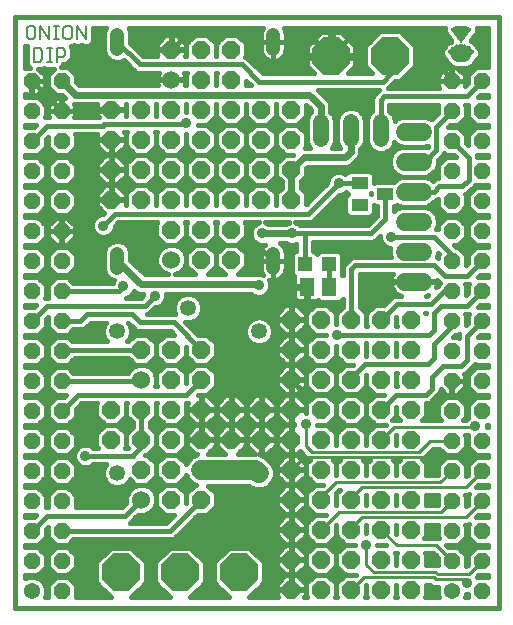
<source format=gtl>
G75*
%MOIN*%
%OFA0B0*%
%FSLAX24Y24*%
%IPPOS*%
%LPD*%
%AMOC8*
5,1,8,0,0,1.08239X$1,22.5*
%
%ADD10C,0.0160*%
%ADD11C,0.0060*%
%ADD12C,0.0540*%
%ADD13OC8,0.0540*%
%ADD14R,0.0312X0.0004*%
%ADD15R,0.0344X0.0004*%
%ADD16R,0.0368X0.0004*%
%ADD17R,0.0392X0.0004*%
%ADD18R,0.0408X0.0004*%
%ADD19R,0.0424X0.0004*%
%ADD20R,0.0432X0.0004*%
%ADD21R,0.0448X0.0004*%
%ADD22R,0.0456X0.0004*%
%ADD23R,0.0472X0.0004*%
%ADD24R,0.0480X0.0004*%
%ADD25R,0.0488X0.0004*%
%ADD26R,0.0496X0.0004*%
%ADD27R,0.0504X0.0004*%
%ADD28R,0.0512X0.0004*%
%ADD29R,0.0520X0.0004*%
%ADD30R,0.0528X0.0004*%
%ADD31R,0.0536X0.0004*%
%ADD32R,0.0536X0.0004*%
%ADD33R,0.0544X0.0004*%
%ADD34R,0.0552X0.0004*%
%ADD35R,0.0560X0.0004*%
%ADD36R,0.0560X0.0004*%
%ADD37R,0.0568X0.0004*%
%ADD38R,0.0576X0.0004*%
%ADD39R,0.0584X0.0004*%
%ADD40R,0.0592X0.0004*%
%ADD41R,0.0592X0.0004*%
%ADD42R,0.0600X0.0004*%
%ADD43R,0.0608X0.0004*%
%ADD44R,0.0608X0.0004*%
%ADD45R,0.0616X0.0004*%
%ADD46R,0.0624X0.0004*%
%ADD47R,0.0632X0.0004*%
%ADD48R,0.0632X0.0004*%
%ADD49R,0.0640X0.0004*%
%ADD50R,0.0648X0.0004*%
%ADD51R,0.0648X0.0004*%
%ADD52R,0.0656X0.0004*%
%ADD53R,0.0664X0.0004*%
%ADD54R,0.0664X0.0004*%
%ADD55R,0.0672X0.0004*%
%ADD56R,0.0680X0.0004*%
%ADD57R,0.0680X0.0004*%
%ADD58R,0.0688X0.0004*%
%ADD59R,0.0696X0.0004*%
%ADD60R,0.0700X0.0004*%
%ADD61R,0.0708X0.0004*%
%ADD62R,0.0716X0.0004*%
%ADD63R,0.0720X0.0004*%
%ADD64R,0.0720X0.0004*%
%ADD65R,0.0724X0.0004*%
%ADD66R,0.0808X0.0004*%
%ADD67R,0.0824X0.0004*%
%ADD68R,0.0832X0.0004*%
%ADD69R,0.0840X0.0004*%
%ADD70R,0.0848X0.0004*%
%ADD71R,0.0856X0.0004*%
%ADD72R,0.0860X0.0004*%
%ADD73R,0.0864X0.0004*%
%ADD74R,0.0864X0.0004*%
%ADD75R,0.0868X0.0004*%
%ADD76R,0.0872X0.0004*%
%ADD77R,0.0872X0.0004*%
%ADD78R,0.0860X0.0004*%
%ADD79R,0.0832X0.0004*%
%ADD80R,0.0824X0.0004*%
%ADD81R,0.0708X0.0004*%
%ADD82R,0.0712X0.0004*%
%ADD83R,0.0712X0.0004*%
%ADD84R,0.0700X0.0004*%
%ADD85R,0.0696X0.0004*%
%ADD86R,0.0692X0.0004*%
%ADD87R,0.0668X0.0004*%
%ADD88R,0.0660X0.0004*%
%ADD89R,0.0452X0.0004*%
%ADD90R,0.0188X0.0004*%
%ADD91R,0.0448X0.0004*%
%ADD92R,0.0440X0.0004*%
%ADD93R,0.0184X0.0004*%
%ADD94R,0.0432X0.0004*%
%ADD95R,0.0184X0.0004*%
%ADD96R,0.0424X0.0004*%
%ADD97R,0.0412X0.0004*%
%ADD98R,0.0128X0.0004*%
%ADD99R,0.0044X0.0004*%
%ADD100R,0.0400X0.0004*%
%ADD101R,0.0008X0.0004*%
%ADD102R,0.0388X0.0004*%
%ADD103R,0.0132X0.0004*%
%ADD104R,0.0360X0.0004*%
%ADD105R,0.0136X0.0004*%
%ADD106R,0.0340X0.0004*%
%ADD107R,0.0140X0.0004*%
%ADD108R,0.0328X0.0004*%
%ADD109R,0.0144X0.0004*%
%ADD110R,0.0324X0.0004*%
%ADD111R,0.0148X0.0004*%
%ADD112R,0.0320X0.0004*%
%ADD113R,0.0156X0.0004*%
%ADD114R,0.0316X0.0004*%
%ADD115R,0.0176X0.0004*%
%ADD116R,0.0080X0.0004*%
%ADD117R,0.0052X0.0004*%
%ADD118R,0.0380X0.0004*%
%ADD119R,0.0372X0.0004*%
%ADD120R,0.0356X0.0004*%
%ADD121R,0.0004X0.0004*%
%ADD122R,0.0308X0.0004*%
%ADD123R,0.0060X0.0004*%
%ADD124R,0.0240X0.0004*%
%ADD125R,0.0232X0.0004*%
%ADD126R,0.0044X0.0004*%
%ADD127R,0.0164X0.0004*%
%ADD128R,0.0056X0.0004*%
%ADD129R,0.0036X0.0004*%
%ADD130R,0.0156X0.0004*%
%ADD131R,0.0048X0.0004*%
%ADD132R,0.0024X0.0004*%
%ADD133R,0.0036X0.0004*%
%ADD134R,0.0016X0.0004*%
%ADD135R,0.0028X0.0004*%
%ADD136R,0.0012X0.0004*%
%ADD137R,0.0124X0.0004*%
%ADD138R,0.0108X0.0004*%
%ADD139R,0.0008X0.0004*%
%ADD140R,0.0092X0.0004*%
%ADD141R,0.0068X0.0004*%
%ADD142R,0.0008X0.0004*%
%ADD143R,0.0016X0.0004*%
%ADD144R,0.0024X0.0004*%
%ADD145R,0.0032X0.0004*%
%ADD146R,0.0032X0.0004*%
%ADD147R,0.0040X0.0004*%
%ADD148R,0.0056X0.0004*%
%ADD149R,0.0064X0.0004*%
%ADD150R,0.0072X0.0004*%
%ADD151R,0.0088X0.0004*%
%ADD152R,0.0096X0.0004*%
%ADD153R,0.0104X0.0004*%
%ADD154R,0.0112X0.0004*%
%ADD155R,0.0120X0.0004*%
%ADD156R,0.0124X0.0004*%
%ADD157R,0.0128X0.0004*%
%ADD158R,0.0144X0.0004*%
%ADD159R,0.0152X0.0004*%
%ADD160R,0.0152X0.0004*%
%ADD161R,0.0160X0.0004*%
%ADD162R,0.0168X0.0004*%
%ADD163R,0.0176X0.0004*%
%ADD164R,0.0184X0.0004*%
%ADD165R,0.0192X0.0004*%
%ADD166R,0.0200X0.0004*%
%ADD167R,0.0208X0.0004*%
%ADD168R,0.0216X0.0004*%
%ADD169R,0.0216X0.0004*%
%ADD170R,0.0224X0.0004*%
%ADD171R,0.0232X0.0004*%
%ADD172R,0.0240X0.0004*%
%ADD173R,0.0248X0.0004*%
%ADD174R,0.0256X0.0004*%
%ADD175R,0.0264X0.0004*%
%ADD176R,0.0272X0.0004*%
%ADD177R,0.0280X0.0004*%
%ADD178R,0.0288X0.0004*%
%ADD179R,0.0296X0.0004*%
%ADD180R,0.0304X0.0004*%
%ADD181R,0.0320X0.0004*%
%ADD182R,0.0328X0.0004*%
%ADD183R,0.0336X0.0004*%
%ADD184R,0.0336X0.0004*%
%ADD185R,0.0200X0.0004*%
%ADD186R,0.0128X0.0004*%
%ADD187R,0.0204X0.0004*%
%ADD188R,0.0216X0.0004*%
%ADD189R,0.0228X0.0004*%
%ADD190R,0.0416X0.0004*%
%ADD191R,0.0424X0.0004*%
%ADD192R,0.0428X0.0004*%
%ADD193R,0.0304X0.0004*%
%ADD194R,0.0180X0.0004*%
%ADD195R,0.0112X0.0004*%
%ADD196R,0.0176X0.0004*%
%ADD197R,0.0112X0.0004*%
%ADD198R,0.0132X0.0004*%
%ADD199R,0.0116X0.0004*%
%ADD200R,0.0332X0.0004*%
%ADD201R,0.0336X0.0004*%
%ADD202R,0.0480X0.0004*%
%ADD203R,0.0496X0.0004*%
%ADD204R,0.0512X0.0004*%
%ADD205R,0.0544X0.0004*%
%ADD206R,0.0208X0.0004*%
%ADD207R,0.0356X0.0004*%
%ADD208R,0.0208X0.0004*%
%ADD209R,0.0364X0.0004*%
%ADD210R,0.0212X0.0004*%
%ADD211R,0.0368X0.0004*%
%ADD212R,0.0220X0.0004*%
%ADD213R,0.0600X0.0004*%
%ADD214R,0.0356X0.0004*%
%ADD215R,0.0228X0.0004*%
%ADD216R,0.0236X0.0004*%
%ADD217R,0.0360X0.0004*%
%ADD218R,0.0368X0.0004*%
%ADD219R,0.0244X0.0004*%
%ADD220R,0.0252X0.0004*%
%ADD221R,0.0376X0.0004*%
%ADD222R,0.0672X0.0004*%
%ADD223R,0.0624X0.0004*%
%ADD224R,0.0596X0.0004*%
%ADD225R,0.0552X0.0004*%
%ADD226R,0.0456X0.0004*%
%ADD227R,0.0384X0.0004*%
%ADD228R,0.0352X0.0004*%
%ADD229R,0.0188X0.0004*%
%ADD230R,0.0108X0.0004*%
%ADD231OC8,0.1250*%
%ADD232C,0.0472*%
%ADD233R,0.0472X0.0472*%
%ADD234R,0.0512X0.0591*%
%ADD235C,0.0540*%
%ADD236C,0.0531*%
%ADD237R,0.0551X0.0394*%
%ADD238OC8,0.0600*%
%ADD239C,0.0600*%
%ADD240C,0.0600*%
%ADD241C,0.0356*%
%ADD242C,0.0100*%
%ADD243C,0.0240*%
%ADD244C,0.0660*%
D10*
X002057Y000848D02*
X018199Y000848D01*
X018199Y020533D01*
X002057Y020533D01*
X002057Y000848D01*
X002417Y001824D02*
X002417Y001949D01*
X002433Y001933D01*
X002823Y001933D01*
X003098Y002208D01*
X003098Y002597D01*
X002823Y002873D01*
X002433Y002873D01*
X002417Y002857D01*
X002417Y002949D01*
X002433Y002933D01*
X002823Y002933D01*
X003098Y003208D01*
X003098Y003477D01*
X003158Y003537D01*
X003158Y003208D01*
X003433Y002933D01*
X003823Y002933D01*
X004012Y003123D01*
X007286Y003123D01*
X007389Y003165D01*
X008173Y003950D01*
X008485Y003950D01*
X008777Y004243D01*
X008777Y004657D01*
X008515Y004920D01*
X009861Y004920D01*
X009898Y004883D01*
X010093Y004802D01*
X010304Y004802D01*
X010499Y004883D01*
X010648Y005032D01*
X010729Y005226D01*
X010729Y005437D01*
X010648Y005632D01*
X010381Y005899D01*
X010210Y005970D01*
X010257Y005970D01*
X010257Y006430D01*
X009797Y006430D01*
X009797Y006251D01*
X010069Y005980D01*
X009486Y005980D01*
X009757Y006251D01*
X009757Y006430D01*
X009297Y006430D01*
X009297Y006470D01*
X009257Y006470D01*
X009257Y006430D01*
X008797Y006430D01*
X008797Y006251D01*
X009069Y005980D01*
X008486Y005980D01*
X008757Y006251D01*
X008757Y006430D01*
X008297Y006430D01*
X008297Y006470D01*
X008257Y006470D01*
X008257Y006430D01*
X007797Y006430D01*
X007797Y006251D01*
X008079Y005970D01*
X008148Y005970D01*
X008100Y005950D01*
X008070Y005950D01*
X008050Y005929D01*
X007977Y005899D01*
X007828Y005750D01*
X007798Y005678D01*
X007777Y005657D01*
X007485Y005950D01*
X007777Y006243D01*
X007777Y006657D01*
X007485Y006950D01*
X007777Y007243D01*
X007777Y007657D01*
X007761Y007674D01*
X007823Y007674D01*
X007797Y007649D01*
X007797Y007470D01*
X008257Y007470D01*
X008257Y007430D01*
X007797Y007430D01*
X007797Y007251D01*
X008079Y006970D01*
X008257Y006970D01*
X008257Y007430D01*
X008297Y007430D01*
X008297Y006970D01*
X008476Y006970D01*
X008757Y007251D01*
X008757Y007430D01*
X008297Y007430D01*
X008297Y007470D01*
X008257Y007470D01*
X008257Y007930D01*
X008153Y007930D01*
X008173Y007950D01*
X008485Y007950D01*
X008777Y008243D01*
X008777Y008657D01*
X008485Y008950D01*
X008070Y008950D01*
X007777Y008657D01*
X007485Y008950D01*
X007070Y008950D01*
X006777Y008657D01*
X006777Y008243D01*
X006786Y008234D01*
X006729Y008234D01*
X006777Y008351D01*
X006777Y008549D01*
X006701Y008733D01*
X006561Y008874D01*
X006377Y008950D01*
X006178Y008950D01*
X005994Y008874D01*
X005854Y008733D01*
X005833Y008683D01*
X004013Y008683D01*
X003823Y008873D01*
X003433Y008873D01*
X003158Y008597D01*
X003158Y008208D01*
X003433Y007933D01*
X003762Y007933D01*
X003702Y007873D01*
X003433Y007873D01*
X003158Y007597D01*
X003158Y007208D01*
X003433Y006933D01*
X003823Y006933D01*
X004098Y007208D01*
X004098Y007477D01*
X004295Y007674D01*
X004794Y007674D01*
X004777Y007657D01*
X004777Y007243D01*
X005070Y006950D01*
X004777Y006657D01*
X004777Y006243D01*
X004834Y006187D01*
X004674Y006187D01*
X004633Y006227D01*
X004494Y006285D01*
X004344Y006285D01*
X004205Y006227D01*
X004099Y006121D01*
X004041Y005982D01*
X004041Y005831D01*
X004099Y005693D01*
X004205Y005586D01*
X004344Y005529D01*
X004494Y005529D01*
X004633Y005586D01*
X004674Y005627D01*
X005110Y005627D01*
X005079Y005596D01*
X005009Y005425D01*
X005009Y005239D01*
X005079Y005068D01*
X005210Y004937D01*
X005382Y004866D01*
X005567Y004866D01*
X005738Y004937D01*
X005869Y005068D01*
X005893Y005127D01*
X006070Y004950D01*
X006485Y004950D01*
X006777Y005243D01*
X006777Y005657D01*
X006485Y005950D01*
X006777Y006243D01*
X006777Y006657D01*
X006557Y006877D01*
X006557Y007023D01*
X006777Y007243D01*
X006777Y007657D01*
X006761Y007674D01*
X006794Y007674D01*
X006777Y007657D01*
X006777Y007243D01*
X007070Y006950D01*
X007485Y006950D01*
X007070Y006950D01*
X006777Y006657D01*
X006777Y006243D01*
X007070Y005950D01*
X007485Y005950D01*
X007070Y005950D01*
X006777Y005657D01*
X006777Y005243D01*
X007070Y004950D01*
X006777Y004657D01*
X006777Y004243D01*
X007070Y003950D01*
X007381Y003950D01*
X007114Y003683D01*
X005906Y003683D01*
X006175Y003951D01*
X006178Y003950D01*
X006377Y003950D01*
X006561Y004026D01*
X006701Y004167D01*
X006777Y004351D01*
X006777Y004549D01*
X006701Y004733D01*
X006561Y004874D01*
X006377Y004950D01*
X006178Y004950D01*
X005994Y004874D01*
X005854Y004733D01*
X005777Y004549D01*
X005777Y004351D01*
X005779Y004347D01*
X005630Y004199D01*
X004088Y004199D01*
X004098Y004208D01*
X004098Y004597D01*
X003823Y004873D01*
X003433Y004873D01*
X003158Y004597D01*
X003158Y004208D01*
X003167Y004199D01*
X003088Y004199D01*
X003098Y004208D01*
X003098Y004597D01*
X002823Y004873D01*
X002433Y004873D01*
X002417Y004857D01*
X002417Y004949D01*
X002433Y004933D01*
X002823Y004933D01*
X003098Y005208D01*
X003098Y005597D01*
X002823Y005873D01*
X002433Y005873D01*
X002417Y005857D01*
X002417Y005949D01*
X002433Y005933D01*
X002823Y005933D01*
X003098Y006208D01*
X003098Y006597D01*
X002823Y006873D01*
X002433Y006873D01*
X002417Y006857D01*
X002417Y006949D01*
X002433Y006933D01*
X002823Y006933D01*
X003098Y007208D01*
X003098Y007597D01*
X002823Y007873D01*
X002433Y007873D01*
X002417Y007857D01*
X002417Y007949D01*
X002433Y007933D01*
X002823Y007933D01*
X003098Y008208D01*
X003098Y008597D01*
X002823Y008873D01*
X002433Y008873D01*
X002417Y008857D01*
X002417Y008949D01*
X002433Y008933D01*
X002823Y008933D01*
X003098Y009208D01*
X003098Y009597D01*
X002823Y009873D01*
X002433Y009873D01*
X002417Y009857D01*
X002417Y009949D01*
X002433Y009933D01*
X002823Y009933D01*
X003098Y010208D01*
X003098Y010477D01*
X003158Y010537D01*
X003158Y010208D01*
X003433Y009933D01*
X003823Y009933D01*
X004013Y010123D01*
X004306Y010123D01*
X004408Y010165D01*
X004594Y010351D01*
X005110Y010351D01*
X005079Y010320D01*
X005009Y010149D01*
X005009Y009964D01*
X005079Y009792D01*
X005142Y009730D01*
X003965Y009730D01*
X003823Y009873D01*
X003433Y009873D01*
X003158Y009597D01*
X003158Y009208D01*
X003433Y008933D01*
X003823Y008933D01*
X004060Y009170D01*
X005850Y009170D01*
X006070Y008950D01*
X006485Y008950D01*
X006777Y009243D01*
X006777Y009657D01*
X006485Y009950D01*
X006070Y009950D01*
X005850Y009730D01*
X005807Y009730D01*
X005869Y009792D01*
X005940Y009964D01*
X005940Y010149D01*
X005869Y010320D01*
X005838Y010351D01*
X005839Y010351D01*
X005993Y010197D01*
X006072Y010118D01*
X006174Y010076D01*
X007256Y010076D01*
X007381Y009950D01*
X007070Y009950D01*
X006777Y009657D01*
X006777Y009243D01*
X007070Y008950D01*
X007485Y008950D01*
X007777Y009243D01*
X007777Y009554D01*
X007777Y009554D01*
X007777Y009243D01*
X008070Y008950D01*
X008485Y008950D01*
X008777Y009243D01*
X008777Y009657D01*
X008485Y009950D01*
X008173Y009950D01*
X007745Y010378D01*
X007929Y010378D01*
X008100Y010449D01*
X008231Y010580D01*
X008302Y010751D01*
X008302Y010936D01*
X008231Y011108D01*
X008100Y011239D01*
X007929Y011309D01*
X007744Y011309D01*
X007573Y011239D01*
X007442Y011108D01*
X007371Y010936D01*
X007371Y010751D01*
X007419Y010636D01*
X006465Y010636D01*
X006546Y010669D01*
X006740Y010863D01*
X006798Y010863D01*
X006936Y010921D01*
X007043Y011027D01*
X007100Y011166D01*
X007100Y011315D01*
X009945Y011315D01*
X009985Y011275D01*
X010123Y011218D01*
X010274Y011218D01*
X010413Y011275D01*
X010519Y011381D01*
X010577Y011520D01*
X010577Y011671D01*
X010528Y011788D01*
X010576Y011772D01*
X010641Y011762D01*
X010673Y011762D01*
X010673Y012415D01*
X010673Y012415D01*
X010257Y012415D01*
X010257Y012684D01*
X010268Y012748D01*
X010288Y012811D01*
X010318Y012869D01*
X010356Y012922D01*
X010387Y012952D01*
X010380Y012950D01*
X010230Y012950D01*
X010091Y013007D01*
X009984Y013114D01*
X009927Y013253D01*
X009927Y013403D01*
X009984Y013542D01*
X010091Y013648D01*
X010209Y013698D01*
X009737Y013698D01*
X009777Y013657D01*
X009777Y013243D01*
X009485Y012950D01*
X009070Y012950D01*
X008777Y012657D01*
X008485Y012950D01*
X008070Y012950D01*
X007777Y012657D01*
X007777Y012243D01*
X008065Y011955D01*
X007389Y011955D01*
X007561Y012026D01*
X007701Y012167D01*
X007777Y012351D01*
X007777Y012549D01*
X007701Y012733D01*
X007561Y012874D01*
X007377Y012950D01*
X007178Y012950D01*
X006994Y012874D01*
X006854Y012733D01*
X006777Y012549D01*
X006777Y012351D01*
X006854Y012167D01*
X006994Y012026D01*
X007166Y011955D01*
X006386Y011955D01*
X005910Y012431D01*
X005910Y012738D01*
X005843Y012898D01*
X005721Y013021D01*
X005560Y013087D01*
X005387Y013087D01*
X005226Y013021D01*
X005104Y012898D01*
X005037Y012738D01*
X005037Y012092D01*
X005104Y011931D01*
X005226Y011809D01*
X005353Y011756D01*
X005322Y011683D01*
X004013Y011683D01*
X003823Y011873D01*
X003433Y011873D01*
X003158Y011597D01*
X003158Y011208D01*
X003179Y011187D01*
X003076Y011187D01*
X003098Y011208D01*
X003098Y011597D01*
X002823Y011873D01*
X002433Y011873D01*
X002417Y011857D01*
X002417Y011949D01*
X002433Y011933D01*
X002823Y011933D01*
X003098Y012208D01*
X003098Y012597D01*
X002823Y012873D01*
X002433Y012873D01*
X002417Y012857D01*
X002417Y012949D01*
X002433Y012933D01*
X002823Y012933D01*
X003098Y013208D01*
X003098Y013597D01*
X002823Y013873D01*
X002433Y013873D01*
X002417Y013857D01*
X002417Y013949D01*
X002433Y013933D01*
X002823Y013933D01*
X003098Y014208D01*
X003098Y014597D01*
X002823Y014873D01*
X002433Y014873D01*
X002417Y014857D01*
X002417Y014949D01*
X002433Y014933D01*
X002823Y014933D01*
X003098Y015208D01*
X003098Y015597D01*
X002823Y015873D01*
X002433Y015873D01*
X002417Y015857D01*
X002417Y015949D01*
X002433Y015933D01*
X002823Y015933D01*
X003098Y016208D01*
X003098Y016477D01*
X003158Y016537D01*
X003158Y016208D01*
X003433Y015933D01*
X003823Y015933D01*
X004098Y016208D01*
X004098Y016597D01*
X004065Y016631D01*
X004797Y016631D01*
X004797Y016470D01*
X005257Y016470D01*
X005257Y016430D01*
X004797Y016430D01*
X004797Y016251D01*
X005079Y015970D01*
X005257Y015970D01*
X005257Y016430D01*
X005297Y016430D01*
X005297Y015970D01*
X005476Y015970D01*
X005757Y016251D01*
X005757Y016430D01*
X005297Y016430D01*
X005297Y016470D01*
X005757Y016470D01*
X005757Y016649D01*
X005717Y016690D01*
X005810Y016690D01*
X005777Y016657D01*
X005777Y016243D01*
X006070Y015950D01*
X005777Y015657D01*
X005777Y015243D01*
X006070Y014950D01*
X006485Y014950D01*
X006777Y015243D01*
X006777Y015657D01*
X006485Y015950D01*
X006070Y015950D01*
X006485Y015950D01*
X006777Y016243D01*
X006777Y016657D01*
X006745Y016690D01*
X006810Y016690D01*
X006777Y016657D01*
X006777Y016243D01*
X007070Y015950D01*
X006777Y015657D01*
X006777Y015243D01*
X007070Y014950D01*
X007485Y014950D01*
X007777Y015243D01*
X007777Y015657D01*
X007485Y015950D01*
X007070Y015950D01*
X007485Y015950D01*
X007777Y016243D01*
X007777Y016631D01*
X007777Y016631D01*
X007777Y016243D01*
X008070Y015950D01*
X007777Y015657D01*
X007777Y015243D01*
X008070Y014950D01*
X008485Y014950D01*
X008777Y015243D01*
X008777Y015657D01*
X008485Y015950D01*
X008070Y015950D01*
X008485Y015950D01*
X008777Y016243D01*
X008777Y016657D01*
X008485Y016950D01*
X008777Y017243D01*
X008777Y017634D01*
X008777Y017634D01*
X008777Y017243D01*
X009070Y016950D01*
X008777Y016657D01*
X008777Y016243D01*
X009070Y015950D01*
X009485Y015950D01*
X009777Y016243D01*
X009777Y016657D01*
X009485Y016950D01*
X009070Y016950D01*
X009485Y016950D01*
X009777Y017243D01*
X009777Y017634D01*
X009777Y017634D01*
X009777Y017243D01*
X010070Y016950D01*
X009777Y016657D01*
X009777Y016243D01*
X010070Y015950D01*
X010485Y015950D01*
X010777Y016243D01*
X010777Y016657D01*
X010485Y016950D01*
X010070Y016950D01*
X010485Y016950D01*
X010777Y017243D01*
X010777Y017634D01*
X010777Y017634D01*
X010777Y017243D01*
X011070Y016950D01*
X010777Y016657D01*
X010777Y016243D01*
X011070Y015950D01*
X010777Y015657D01*
X010485Y015950D01*
X010070Y015950D01*
X009777Y015657D01*
X009485Y015950D01*
X009070Y015950D01*
X008777Y015657D01*
X008777Y015243D01*
X009070Y014950D01*
X009485Y014950D01*
X009777Y015243D01*
X009777Y015657D01*
X009777Y015243D01*
X010070Y014950D01*
X010485Y014950D01*
X010777Y015243D01*
X010777Y015657D01*
X010777Y015243D01*
X010957Y015063D01*
X010957Y014837D01*
X010777Y014657D01*
X010485Y014950D01*
X010070Y014950D01*
X009777Y014657D01*
X009485Y014950D01*
X009070Y014950D01*
X008777Y014657D01*
X008485Y014950D01*
X008070Y014950D01*
X007777Y014657D01*
X007485Y014950D01*
X007070Y014950D01*
X006777Y014657D01*
X006485Y014950D01*
X006070Y014950D01*
X005777Y014657D01*
X005777Y014258D01*
X005757Y014258D01*
X005757Y014430D01*
X005297Y014430D01*
X005297Y014470D01*
X005257Y014470D01*
X005257Y014430D01*
X004797Y014430D01*
X004797Y014251D01*
X005039Y014009D01*
X004992Y013962D01*
X004934Y013962D01*
X004796Y013904D01*
X004689Y013798D01*
X004632Y013659D01*
X004632Y013509D01*
X004689Y013370D01*
X004796Y013263D01*
X004934Y013206D01*
X005085Y013206D01*
X005224Y013263D01*
X005330Y013370D01*
X005388Y013509D01*
X005388Y013566D01*
X005519Y013698D01*
X006818Y013698D01*
X006777Y013657D01*
X006777Y013243D01*
X007070Y012950D01*
X007485Y012950D01*
X007777Y013243D01*
X007777Y013657D01*
X007737Y013698D01*
X007818Y013698D01*
X007777Y013657D01*
X007777Y013243D01*
X008070Y012950D01*
X008485Y012950D01*
X008777Y013243D01*
X008777Y013657D01*
X008737Y013698D01*
X008818Y013698D01*
X008777Y013657D01*
X008777Y013243D01*
X009070Y012950D01*
X009485Y012950D01*
X009777Y012657D01*
X009777Y012243D01*
X009490Y011955D01*
X010078Y011955D01*
X010123Y011974D01*
X010274Y011974D01*
X010322Y011954D01*
X010318Y011960D01*
X010288Y012019D01*
X010268Y012081D01*
X010257Y012146D01*
X010257Y012415D01*
X010673Y012415D01*
X010134Y012954D01*
X006427Y012954D01*
X006250Y013131D01*
X004655Y013131D01*
X004384Y013403D01*
X003628Y013403D01*
X003638Y013413D02*
X003618Y013413D01*
X003618Y013853D01*
X003441Y013853D01*
X003178Y013589D01*
X003178Y013413D01*
X003618Y013413D01*
X003618Y013393D01*
X003178Y013393D01*
X003178Y013216D01*
X003441Y012953D01*
X003618Y012953D01*
X003618Y013393D01*
X003638Y013393D01*
X003638Y013413D01*
X003638Y013853D01*
X003814Y013853D01*
X004078Y013589D01*
X004078Y013413D01*
X003638Y013413D01*
X003638Y013393D02*
X004078Y013393D01*
X004078Y013216D01*
X003814Y012953D01*
X003638Y012953D01*
X003638Y013393D01*
X003638Y013369D02*
X003618Y013369D01*
X003618Y013211D02*
X003638Y013211D01*
X003638Y013052D02*
X003618Y013052D01*
X003433Y012873D02*
X003158Y012597D01*
X003158Y012208D01*
X003433Y011933D01*
X003823Y011933D01*
X004098Y012208D01*
X004098Y012597D01*
X003823Y012873D01*
X003433Y012873D01*
X003296Y012735D02*
X002960Y012735D01*
X003098Y012577D02*
X003158Y012577D01*
X003158Y012418D02*
X003098Y012418D01*
X003098Y012260D02*
X003158Y012260D01*
X003265Y012101D02*
X002991Y012101D01*
X002832Y011943D02*
X003423Y011943D01*
X003345Y011784D02*
X002911Y011784D01*
X003070Y011626D02*
X003186Y011626D01*
X003158Y011467D02*
X003098Y011467D01*
X003098Y011309D02*
X003158Y011309D01*
X003132Y010907D02*
X006388Y010907D01*
X006722Y011241D01*
X006344Y011259D02*
X006344Y011315D01*
X006189Y011315D01*
X006072Y011364D01*
X006027Y011408D01*
X006000Y011342D01*
X005893Y011236D01*
X005775Y011187D01*
X006272Y011187D01*
X006344Y011259D01*
X006344Y011309D02*
X005966Y011309D01*
X005679Y011556D02*
X005525Y011403D01*
X003628Y011403D01*
X003911Y011784D02*
X005285Y011784D01*
X005099Y011943D02*
X003832Y011943D01*
X003991Y012101D02*
X005037Y012101D01*
X005037Y012260D02*
X004098Y012260D01*
X004098Y012418D02*
X005037Y012418D01*
X005037Y012577D02*
X004098Y012577D01*
X003960Y012735D02*
X005037Y012735D01*
X005102Y012894D02*
X002417Y012894D01*
X002942Y013052D02*
X003342Y013052D01*
X003184Y013211D02*
X003098Y013211D01*
X003098Y013369D02*
X003178Y013369D01*
X003178Y013528D02*
X003098Y013528D01*
X003009Y013686D02*
X003275Y013686D01*
X003433Y013845D02*
X002851Y013845D01*
X002893Y014003D02*
X003363Y014003D01*
X003433Y013933D02*
X003823Y013933D01*
X004098Y014208D01*
X004098Y014597D01*
X003823Y014873D01*
X003433Y014873D01*
X003158Y014597D01*
X003158Y014208D01*
X003433Y013933D01*
X003618Y013845D02*
X003638Y013845D01*
X003638Y013686D02*
X003618Y013686D01*
X003618Y013528D02*
X003638Y013528D01*
X003822Y013845D02*
X004736Y013845D01*
X004643Y013686D02*
X003981Y013686D01*
X004078Y013528D02*
X004632Y013528D01*
X004690Y013369D02*
X004078Y013369D01*
X004072Y013211D02*
X004923Y013211D01*
X005097Y013211D02*
X006810Y013211D01*
X006777Y013369D02*
X005330Y013369D01*
X005388Y013528D02*
X006777Y013528D01*
X006806Y013686D02*
X005508Y013686D01*
X005403Y013978D02*
X005010Y013584D01*
X005033Y014003D02*
X003893Y014003D01*
X004051Y014162D02*
X004887Y014162D01*
X004797Y014320D02*
X004098Y014320D01*
X004098Y014479D02*
X004797Y014479D01*
X004797Y014470D02*
X005257Y014470D01*
X005257Y014930D01*
X005079Y014930D01*
X004797Y014649D01*
X004797Y014470D01*
X004797Y014637D02*
X004058Y014637D01*
X003900Y014796D02*
X004944Y014796D01*
X005079Y014970D02*
X005257Y014970D01*
X005257Y015430D01*
X004797Y015430D01*
X004797Y015251D01*
X005079Y014970D01*
X004936Y015113D02*
X004002Y015113D01*
X004098Y015208D02*
X003823Y014933D01*
X003433Y014933D01*
X003158Y015208D01*
X003158Y015597D01*
X003433Y015873D01*
X003823Y015873D01*
X004098Y015597D01*
X004098Y015208D01*
X004098Y015271D02*
X004797Y015271D01*
X004797Y015430D02*
X004098Y015430D01*
X004098Y015588D02*
X004797Y015588D01*
X004797Y015649D02*
X004797Y015470D01*
X005257Y015470D01*
X005257Y015430D01*
X005297Y015430D01*
X005297Y014970D01*
X005476Y014970D01*
X005757Y015251D01*
X005757Y015430D01*
X005297Y015430D01*
X005297Y015470D01*
X005257Y015470D01*
X005257Y015930D01*
X005079Y015930D01*
X004797Y015649D01*
X004895Y015747D02*
X003949Y015747D01*
X003953Y016064D02*
X004985Y016064D01*
X005054Y015905D02*
X002417Y015905D01*
X002628Y016403D02*
X003136Y016911D01*
X004990Y016911D01*
X005049Y016970D01*
X007746Y016970D01*
X007785Y017009D01*
X007777Y017387D02*
X007777Y017634D01*
X007777Y017634D01*
X007777Y017387D01*
X007777Y017387D01*
X007777Y017490D02*
X007777Y017490D01*
X008163Y016950D02*
X008485Y016950D01*
X008163Y016950D01*
X008163Y016950D01*
X008549Y017015D02*
X009006Y017015D01*
X008976Y016856D02*
X008578Y016856D01*
X008737Y016698D02*
X008818Y016698D01*
X008777Y016539D02*
X008777Y016539D01*
X008777Y016381D02*
X008777Y016381D01*
X008757Y016222D02*
X008798Y016222D01*
X008957Y016064D02*
X008598Y016064D01*
X008529Y015905D02*
X009025Y015905D01*
X008867Y015747D02*
X008688Y015747D01*
X008777Y015588D02*
X008777Y015588D01*
X008777Y015430D02*
X008777Y015430D01*
X008777Y015271D02*
X008777Y015271D01*
X008647Y015113D02*
X008908Y015113D01*
X009066Y014954D02*
X008489Y014954D01*
X008639Y014796D02*
X008916Y014796D01*
X008777Y014657D02*
X008777Y014258D01*
X008777Y014258D01*
X008777Y014657D01*
X008777Y014637D02*
X008777Y014637D01*
X008777Y014479D02*
X008777Y014479D01*
X008777Y014320D02*
X008777Y014320D01*
X008748Y013686D02*
X008806Y013686D01*
X008777Y013528D02*
X008777Y013528D01*
X008777Y013369D02*
X008777Y013369D01*
X008745Y013211D02*
X008810Y013211D01*
X008968Y013052D02*
X008587Y013052D01*
X008541Y012894D02*
X009014Y012894D01*
X008855Y012735D02*
X008699Y012735D01*
X008777Y012657D02*
X008777Y012243D01*
X008490Y011955D01*
X009065Y011955D01*
X008777Y012243D01*
X008777Y012657D01*
X008777Y012577D02*
X008777Y012577D01*
X008777Y012418D02*
X008777Y012418D01*
X008777Y012260D02*
X008777Y012260D01*
X008636Y012101D02*
X008919Y012101D01*
X009636Y012101D02*
X010264Y012101D01*
X010257Y012260D02*
X009777Y012260D01*
X009777Y012418D02*
X010257Y012418D01*
X010257Y012577D02*
X009777Y012577D01*
X009699Y012735D02*
X010265Y012735D01*
X010335Y012894D02*
X009541Y012894D01*
X009587Y013052D02*
X010046Y013052D01*
X009944Y013211D02*
X009745Y013211D01*
X009777Y013369D02*
X009927Y013369D01*
X009978Y013528D02*
X009777Y013528D01*
X009748Y013686D02*
X010182Y013686D01*
X010401Y013698D02*
X011213Y013698D01*
X011095Y013648D01*
X011094Y013648D01*
X010520Y013648D01*
X010519Y013648D01*
X010401Y013698D01*
X010428Y013686D02*
X011186Y013686D01*
X011405Y013698D02*
X011896Y013698D01*
X011999Y013740D01*
X012872Y014613D01*
X012929Y014613D01*
X013068Y014671D01*
X013108Y014711D01*
X013172Y014647D01*
X013077Y014553D01*
X013077Y013993D01*
X013195Y013876D01*
X013911Y013876D01*
X014029Y013993D01*
X014029Y014282D01*
X014061Y014250D01*
X014139Y014250D01*
X014139Y013916D01*
X013831Y013608D01*
X011564Y013608D01*
X011523Y013648D01*
X011405Y013698D01*
X011432Y013686D02*
X013909Y013686D01*
X014067Y013845D02*
X012103Y013845D01*
X012262Y014003D02*
X013077Y014003D01*
X013077Y014162D02*
X012420Y014162D01*
X012579Y014320D02*
X013077Y014320D01*
X013077Y014479D02*
X012737Y014479D01*
X012987Y014637D02*
X013162Y014637D01*
X013228Y014991D02*
X012854Y014991D01*
X011840Y013978D01*
X005403Y013978D01*
X005757Y014320D02*
X005777Y014320D01*
X005757Y014470D02*
X005757Y014649D01*
X005476Y014930D01*
X005297Y014930D01*
X005297Y014470D01*
X005757Y014470D01*
X005757Y014479D02*
X005777Y014479D01*
X005777Y014637D02*
X005757Y014637D01*
X005611Y014796D02*
X005916Y014796D01*
X006066Y014954D02*
X003844Y014954D01*
X003412Y014954D02*
X002844Y014954D01*
X002900Y014796D02*
X003356Y014796D01*
X003198Y014637D02*
X003058Y014637D01*
X003098Y014479D02*
X003158Y014479D01*
X003158Y014320D02*
X003098Y014320D01*
X003051Y014162D02*
X003204Y014162D01*
X003253Y015113D02*
X003002Y015113D01*
X003098Y015271D02*
X003158Y015271D01*
X003158Y015430D02*
X003098Y015430D01*
X003098Y015588D02*
X003158Y015588D01*
X003307Y015747D02*
X002949Y015747D01*
X002953Y016064D02*
X003302Y016064D01*
X003158Y016222D02*
X003098Y016222D01*
X003098Y016381D02*
X003158Y016381D01*
X002702Y016873D02*
X002433Y016873D01*
X002417Y016857D01*
X002417Y016949D01*
X002433Y016933D01*
X002762Y016933D01*
X002702Y016873D01*
X003080Y017191D02*
X003098Y017208D01*
X003098Y017597D01*
X002823Y017873D01*
X002433Y017873D01*
X002417Y017857D01*
X002417Y017977D01*
X002441Y017953D01*
X002618Y017953D01*
X002618Y018393D01*
X002638Y018393D01*
X002638Y018413D01*
X003078Y018413D01*
X003078Y018589D01*
X002847Y018820D01*
X002906Y018820D01*
X003002Y018820D01*
X003027Y018844D01*
X003052Y018820D01*
X003380Y018820D01*
X003158Y018597D01*
X003158Y018208D01*
X003433Y017933D01*
X003645Y017933D01*
X003725Y017853D01*
X003638Y017853D01*
X003638Y017413D01*
X003618Y017413D01*
X003618Y017853D01*
X003441Y017853D01*
X003178Y017589D01*
X003178Y017413D01*
X003618Y017413D01*
X003618Y017393D01*
X003178Y017393D01*
X003178Y017216D01*
X003204Y017191D01*
X003080Y017191D01*
X003098Y017332D02*
X003178Y017332D01*
X003178Y017490D02*
X003098Y017490D01*
X003047Y017649D02*
X003237Y017649D01*
X003396Y017807D02*
X002888Y017807D01*
X002814Y017953D02*
X003078Y018216D01*
X003078Y018393D01*
X002638Y018393D01*
X002638Y017953D01*
X002814Y017953D01*
X002827Y017966D02*
X003400Y017966D01*
X003242Y018124D02*
X002986Y018124D01*
X003078Y018283D02*
X003158Y018283D01*
X003158Y018441D02*
X003078Y018441D01*
X003067Y018600D02*
X003160Y018600D01*
X003319Y018758D02*
X002909Y018758D01*
X002558Y018853D02*
X002441Y018853D01*
X002417Y018828D01*
X002417Y019587D01*
X002434Y019570D01*
X002456Y019570D01*
X002456Y018954D01*
X002558Y018853D01*
X002494Y018917D02*
X002417Y018917D01*
X002417Y019075D02*
X002456Y019075D01*
X002456Y019234D02*
X002417Y019234D01*
X002417Y019392D02*
X002456Y019392D01*
X002456Y019551D02*
X002417Y019551D01*
X002628Y018403D02*
X003628Y017403D01*
X005230Y017403D01*
X005277Y017450D01*
X005257Y017470D02*
X005257Y017430D01*
X004797Y017430D01*
X004797Y017251D01*
X004858Y017191D01*
X004052Y017191D01*
X004078Y017216D01*
X004078Y017393D01*
X003638Y017393D01*
X003638Y017413D01*
X004078Y017413D01*
X004078Y017589D01*
X004033Y017634D01*
X004797Y017634D01*
X004797Y017470D01*
X005257Y017470D01*
X005297Y017470D02*
X005757Y017470D01*
X005757Y017634D01*
X005777Y017634D01*
X005777Y017250D01*
X005756Y017250D01*
X005757Y017251D01*
X005757Y017430D01*
X005297Y017430D01*
X005297Y017470D01*
X005757Y017490D02*
X005777Y017490D01*
X005777Y017332D02*
X005757Y017332D01*
X005757Y016539D02*
X005777Y016539D01*
X005777Y016381D02*
X005757Y016381D01*
X005728Y016222D02*
X005798Y016222D01*
X005957Y016064D02*
X005570Y016064D01*
X005476Y015930D02*
X005297Y015930D01*
X005297Y015470D01*
X005757Y015470D01*
X005757Y015649D01*
X005476Y015930D01*
X005501Y015905D02*
X006025Y015905D01*
X005867Y015747D02*
X005660Y015747D01*
X005757Y015588D02*
X005777Y015588D01*
X005777Y015430D02*
X005757Y015430D01*
X005757Y015271D02*
X005777Y015271D01*
X005908Y015113D02*
X005619Y015113D01*
X005297Y015113D02*
X005257Y015113D01*
X005257Y015271D02*
X005297Y015271D01*
X005297Y015430D02*
X005257Y015430D01*
X005257Y015588D02*
X005297Y015588D01*
X005297Y015747D02*
X005257Y015747D01*
X005257Y015905D02*
X005297Y015905D01*
X005297Y016064D02*
X005257Y016064D01*
X005257Y016222D02*
X005297Y016222D01*
X005297Y016381D02*
X005257Y016381D01*
X004826Y016222D02*
X004098Y016222D01*
X004098Y016381D02*
X004797Y016381D01*
X004797Y016539D02*
X004098Y016539D01*
X004078Y017332D02*
X004797Y017332D01*
X004797Y017490D02*
X004078Y017490D01*
X003638Y017490D02*
X003618Y017490D01*
X003618Y017649D02*
X003638Y017649D01*
X003638Y017807D02*
X003618Y017807D01*
X004098Y018385D02*
X004098Y018597D01*
X003823Y018873D01*
X003602Y018873D01*
X003684Y018954D01*
X003684Y018966D01*
X003769Y018966D01*
X003769Y018966D01*
X003771Y018968D01*
X003843Y019040D01*
X003872Y019069D01*
X003977Y019174D01*
X003977Y019174D01*
X003977Y019174D01*
X003977Y019321D01*
X003977Y019342D01*
X003977Y019365D01*
X003977Y019512D01*
X003920Y019570D01*
X003999Y019570D01*
X004024Y019594D01*
X004049Y019570D01*
X004240Y019570D01*
X004285Y019615D01*
X004299Y019593D01*
X004325Y019588D01*
X004343Y019570D01*
X004415Y019570D01*
X004486Y019555D01*
X004508Y019570D01*
X004533Y019570D01*
X004584Y019621D01*
X004645Y019661D01*
X004650Y019686D01*
X004668Y019704D01*
X004668Y019777D01*
X004682Y019848D01*
X004668Y019869D01*
X004668Y020173D01*
X005093Y020173D01*
X005037Y020038D01*
X005037Y019392D01*
X003977Y019392D01*
X003977Y019365D02*
X003977Y019365D01*
X003977Y019321D02*
X003977Y019321D01*
X003977Y019234D02*
X005103Y019234D01*
X005104Y019231D02*
X005226Y019109D01*
X005387Y019042D01*
X005560Y019042D01*
X005694Y019098D01*
X006072Y018721D01*
X006174Y018678D01*
X006855Y018678D01*
X006833Y018634D01*
X006809Y018562D01*
X006797Y018488D01*
X006797Y018470D01*
X007257Y018470D01*
X007257Y018430D01*
X006797Y018430D01*
X006797Y018412D01*
X006809Y018338D01*
X006830Y018274D01*
X004209Y018274D01*
X004098Y018385D01*
X004098Y018441D02*
X007257Y018441D01*
X007277Y018450D02*
X005439Y018450D01*
X005246Y018643D01*
X005307Y019075D02*
X003878Y019075D01*
X003843Y019040D02*
X003843Y019040D01*
X003646Y018917D02*
X005875Y018917D01*
X005717Y019075D02*
X005640Y019075D01*
X006034Y018758D02*
X003937Y018758D01*
X004096Y018600D02*
X006821Y018600D01*
X006827Y018283D02*
X004200Y018283D01*
X005104Y019231D02*
X005037Y019392D01*
X005037Y019551D02*
X003938Y019551D01*
X003977Y019512D02*
X003977Y019512D01*
X003977Y019512D01*
X004668Y019709D02*
X005037Y019709D01*
X005037Y019868D02*
X004669Y019868D01*
X004668Y020026D02*
X005037Y020026D01*
X005473Y019715D02*
X006230Y018958D01*
X009636Y018958D01*
X010207Y018387D01*
X014321Y018387D01*
X014577Y018643D01*
X014577Y019233D01*
X013976Y018667D02*
X013180Y018667D01*
X013413Y018900D01*
X013413Y019183D01*
X012658Y019183D01*
X012658Y019283D01*
X013413Y019283D01*
X013413Y019567D01*
X012942Y020038D01*
X012658Y020038D01*
X012658Y019283D01*
X012558Y019283D01*
X012558Y019183D01*
X011803Y019183D01*
X011803Y018900D01*
X012036Y018667D01*
X010323Y018667D01*
X009873Y019116D01*
X009873Y019116D01*
X009794Y019195D01*
X009749Y019214D01*
X009777Y019243D01*
X009777Y019657D01*
X009485Y019950D01*
X009070Y019950D01*
X008777Y019657D01*
X008485Y019950D01*
X008070Y019950D01*
X007777Y019657D01*
X007777Y019243D01*
X007782Y019238D01*
X007744Y019238D01*
X007757Y019251D01*
X007757Y019430D01*
X007297Y019430D01*
X007297Y019470D01*
X007257Y019470D01*
X007257Y019430D01*
X006797Y019430D01*
X006797Y019251D01*
X006811Y019238D01*
X006346Y019238D01*
X005910Y019674D01*
X005910Y020038D01*
X005854Y020173D01*
X010320Y020173D01*
X010318Y020169D01*
X010288Y020111D01*
X010268Y020048D01*
X010257Y019984D01*
X010257Y019715D01*
X010673Y019715D01*
X010673Y019715D01*
X010257Y019715D01*
X010257Y019446D01*
X010268Y019381D01*
X010288Y019319D01*
X010318Y019260D01*
X010356Y019207D01*
X010402Y019161D01*
X010455Y019122D01*
X010514Y019093D01*
X010576Y019072D01*
X010641Y019062D01*
X010673Y019062D01*
X010673Y019715D01*
X010159Y019715D01*
X009833Y020041D01*
X007868Y020041D01*
X007277Y019450D01*
X007257Y019470D02*
X006797Y019470D01*
X006797Y019649D01*
X007079Y019930D01*
X007257Y019930D01*
X007257Y019470D01*
X007297Y019470D02*
X007297Y019930D01*
X007476Y019930D01*
X007757Y019649D01*
X007757Y019470D01*
X007297Y019470D01*
X007297Y019551D02*
X007257Y019551D01*
X007257Y019709D02*
X007297Y019709D01*
X007297Y019868D02*
X007257Y019868D01*
X007016Y019868D02*
X005910Y019868D01*
X005910Y020026D02*
X010264Y020026D01*
X010257Y019868D02*
X009567Y019868D01*
X009725Y019709D02*
X010257Y019709D01*
X010257Y019551D02*
X009777Y019551D01*
X009777Y019392D02*
X010266Y019392D01*
X010337Y019234D02*
X009768Y019234D01*
X009914Y019075D02*
X010567Y019075D01*
X010673Y019075D02*
X010673Y019075D01*
X010673Y019062D02*
X010706Y019062D01*
X010771Y019072D01*
X010833Y019093D01*
X010892Y019122D01*
X010945Y019161D01*
X010991Y019207D01*
X011029Y019260D01*
X011059Y019319D01*
X011079Y019381D01*
X011090Y019446D01*
X011090Y019715D01*
X011090Y019984D01*
X011079Y020048D01*
X011059Y020111D01*
X011029Y020169D01*
X011027Y020173D01*
X016397Y020173D01*
X016397Y020025D01*
X016405Y020017D01*
X016405Y020013D01*
X016417Y020001D01*
X016417Y019997D01*
X016421Y019993D01*
X016421Y019993D01*
X016429Y019985D01*
X016429Y019981D01*
X016437Y019973D01*
X016437Y019973D01*
X016441Y019969D01*
X016441Y019965D01*
X016453Y019953D01*
X016453Y019949D01*
X016465Y019937D01*
X016465Y019933D01*
X016477Y019921D01*
X016477Y019917D01*
X016481Y019913D01*
X016481Y019913D01*
X016489Y019905D01*
X016489Y019901D01*
X016497Y019893D01*
X016497Y019893D01*
X016501Y019889D01*
X016501Y019885D01*
X016509Y019877D01*
X016509Y019873D01*
X016521Y019861D01*
X016521Y019861D01*
X016521Y019857D01*
X016525Y019853D01*
X016525Y019853D01*
X016533Y019845D01*
X016533Y019841D01*
X016545Y019829D01*
X016545Y019825D01*
X016557Y019813D01*
X016557Y019809D01*
X016569Y019797D01*
X016569Y019793D01*
X016581Y019781D01*
X016581Y019777D01*
X016585Y019773D01*
X016585Y019773D01*
X016593Y019765D01*
X016593Y019761D01*
X016601Y019753D01*
X016601Y019753D01*
X016605Y019749D01*
X016605Y019745D01*
X016616Y019734D01*
X016598Y019716D01*
X016534Y019716D01*
X016417Y019598D01*
X016417Y019582D01*
X016413Y019578D01*
X016413Y019570D01*
X016325Y019482D01*
X016305Y019462D01*
X016305Y019454D01*
X016301Y019450D01*
X016301Y019446D01*
X016301Y019269D01*
X016301Y019261D01*
X016305Y019257D01*
X016305Y019249D01*
X016409Y019145D01*
X016409Y019141D01*
X016413Y019137D01*
X016413Y019129D01*
X016417Y019125D01*
X016417Y019121D01*
X016421Y019117D01*
X016421Y019113D01*
X016425Y019109D01*
X016425Y019105D01*
X016429Y019101D01*
X016429Y019097D01*
X016433Y019093D01*
X016433Y019089D01*
X016437Y019085D01*
X016437Y019081D01*
X016441Y019077D01*
X016441Y019073D01*
X016449Y019065D01*
X016449Y019061D01*
X016457Y019053D01*
X016457Y019049D01*
X016469Y019037D01*
X016469Y019033D01*
X016586Y018916D01*
X016590Y018912D01*
X016594Y018908D01*
X016598Y018904D01*
X016602Y018900D01*
X016606Y018896D01*
X016610Y018892D01*
X016610Y018892D01*
X016614Y018888D01*
X016614Y018888D01*
X016618Y018884D01*
X016622Y018884D01*
X016630Y018876D01*
X016634Y018876D01*
X016638Y018872D01*
X016642Y018868D01*
X016646Y018868D01*
X016650Y018864D01*
X016654Y018864D01*
X016658Y018860D01*
X016666Y018860D01*
X016670Y018856D01*
X016678Y018856D01*
X016681Y018853D01*
X016638Y018853D01*
X016638Y018413D01*
X016618Y018413D01*
X016618Y018853D01*
X016441Y018853D01*
X016178Y018589D01*
X016178Y018413D01*
X016618Y018413D01*
X016618Y018393D01*
X016178Y018393D01*
X016178Y018216D01*
X016219Y018175D01*
X014505Y018175D01*
X014558Y018228D01*
X014738Y018408D01*
X014918Y018408D01*
X015402Y018892D01*
X015402Y019575D01*
X014918Y020058D01*
X014235Y020058D01*
X013752Y019575D01*
X013752Y018892D01*
X013976Y018667D01*
X013885Y018758D02*
X013271Y018758D01*
X013413Y018917D02*
X013752Y018917D01*
X013752Y019075D02*
X013413Y019075D01*
X013413Y019392D02*
X013752Y019392D01*
X013752Y019234D02*
X012658Y019234D01*
X012608Y019233D02*
X013435Y020060D01*
X015581Y020060D01*
X015915Y019726D01*
X015915Y019194D01*
X016628Y018481D01*
X016628Y018403D01*
X016638Y018393D02*
X016638Y018413D01*
X017078Y018413D01*
X017078Y018589D01*
X016819Y018848D01*
X017176Y018848D01*
X017180Y018852D01*
X017192Y018852D01*
X017196Y018856D01*
X017204Y018856D01*
X017208Y018860D01*
X017216Y018860D01*
X017220Y018864D01*
X017224Y018864D01*
X017228Y018868D01*
X017232Y018868D01*
X017236Y018872D01*
X017240Y018876D01*
X017244Y018876D01*
X017252Y018884D01*
X017256Y018884D01*
X017260Y018888D01*
X017264Y018892D01*
X017268Y018896D01*
X017272Y018900D01*
X017276Y018904D01*
X017280Y018908D01*
X017284Y018912D01*
X017288Y018916D01*
X017405Y019033D01*
X017405Y019037D01*
X017417Y019049D01*
X017417Y019053D01*
X017425Y019061D01*
X017425Y019065D01*
X017433Y019073D01*
X017433Y019077D01*
X017437Y019081D01*
X017437Y019085D01*
X017441Y019089D01*
X017441Y019093D01*
X017445Y019097D01*
X017445Y019101D01*
X017449Y019105D01*
X017449Y019109D01*
X017453Y019113D01*
X017453Y019117D01*
X017457Y019121D01*
X017457Y019125D01*
X017461Y019129D01*
X017461Y019137D01*
X017465Y019141D01*
X017465Y019145D01*
X017553Y019233D01*
X017565Y019245D01*
X017565Y019249D01*
X017569Y019253D01*
X017569Y019265D01*
X017573Y019269D01*
X017573Y019446D01*
X017569Y019450D01*
X017569Y019458D01*
X017565Y019462D01*
X017565Y019466D01*
X017561Y019470D01*
X017557Y019474D01*
X017553Y019478D01*
X017549Y019482D01*
X017549Y019482D01*
X017477Y019554D01*
X017477Y019562D01*
X017473Y019566D01*
X017473Y019570D01*
X017469Y019574D01*
X017469Y019578D01*
X017465Y019582D01*
X017465Y019582D01*
X017461Y019586D01*
X017461Y019590D01*
X017457Y019594D01*
X017453Y019598D01*
X017449Y019602D01*
X017449Y019602D01*
X017332Y019720D01*
X017324Y019728D01*
X017320Y019728D01*
X017312Y019736D01*
X017308Y019736D01*
X017304Y019740D01*
X017300Y019740D01*
X017296Y019744D01*
X017292Y019744D01*
X017288Y019748D01*
X017276Y019748D01*
X017272Y019752D01*
X017272Y019752D01*
X017273Y019753D01*
X017281Y019761D01*
X017281Y019765D01*
X017289Y019773D01*
X017293Y019777D01*
X017293Y019781D01*
X017305Y019793D01*
X017305Y019797D01*
X017309Y019801D01*
X017317Y019809D01*
X017317Y019813D01*
X017329Y019825D01*
X017329Y019829D01*
X017333Y019833D01*
X017341Y019841D01*
X017341Y019845D01*
X017349Y019853D01*
X017349Y019857D01*
X017365Y019873D01*
X017365Y019877D01*
X017369Y019881D01*
X017373Y019885D01*
X017373Y019889D01*
X017377Y019893D01*
X017385Y019901D01*
X017385Y019905D01*
X017393Y019913D01*
X017397Y019917D01*
X017397Y019921D01*
X017409Y019933D01*
X017409Y019937D01*
X017421Y019949D01*
X017421Y019953D01*
X017433Y019965D01*
X017433Y019969D01*
X017437Y019973D01*
X017445Y019981D01*
X017445Y019985D01*
X017453Y019993D01*
X017457Y019997D01*
X017457Y020001D01*
X017469Y020013D01*
X017469Y020017D01*
X017477Y020025D01*
X017477Y020173D01*
X017839Y020173D01*
X017839Y018857D01*
X017823Y018873D01*
X017433Y018873D01*
X017158Y018597D01*
X017158Y018329D01*
X017078Y018249D01*
X017078Y018393D01*
X016638Y018393D01*
X016638Y018441D02*
X016618Y018441D01*
X016618Y018600D02*
X016638Y018600D01*
X016638Y018758D02*
X016618Y018758D01*
X016585Y018917D02*
X015402Y018917D01*
X015402Y019075D02*
X016441Y019075D01*
X016320Y019234D02*
X015402Y019234D01*
X015402Y019392D02*
X016301Y019392D01*
X016301Y019446D02*
X016301Y019446D01*
X016325Y019482D02*
X016325Y019482D01*
X016393Y019551D02*
X015402Y019551D01*
X015268Y019709D02*
X016528Y019709D01*
X016521Y019861D02*
X016521Y019861D01*
X016514Y019868D02*
X015109Y019868D01*
X014951Y020026D02*
X016397Y020026D01*
X016301Y019269D02*
X016301Y019269D01*
X016347Y018758D02*
X015268Y018758D01*
X015110Y018600D02*
X016188Y018600D01*
X016178Y018441D02*
X014951Y018441D01*
X014612Y018283D02*
X016178Y018283D01*
X016175Y017615D02*
X014542Y017615D01*
X014542Y017404D01*
X014656Y017289D01*
X014728Y017117D01*
X014728Y017085D01*
X014781Y017138D01*
X014965Y017214D01*
X015763Y017214D01*
X015947Y017138D01*
X015957Y017128D01*
X016158Y017329D01*
X016158Y017597D01*
X016175Y017615D01*
X016158Y017490D02*
X014542Y017490D01*
X014614Y017332D02*
X016158Y017332D01*
X016002Y017173D02*
X015862Y017173D01*
X016112Y016887D02*
X016628Y017403D01*
X017098Y017332D02*
X017158Y017332D01*
X017158Y017208D02*
X017433Y016933D01*
X017823Y016933D01*
X017839Y016949D01*
X017839Y016857D01*
X017823Y016873D01*
X017433Y016873D01*
X017158Y016597D01*
X017158Y016269D01*
X017098Y016329D01*
X017098Y016597D01*
X016823Y016873D01*
X016494Y016873D01*
X016554Y016933D01*
X016823Y016933D01*
X017098Y017208D01*
X017098Y017597D01*
X017080Y017615D01*
X017175Y017615D01*
X017158Y017597D01*
X017158Y017208D01*
X017193Y017173D02*
X017063Y017173D01*
X016904Y017015D02*
X017351Y017015D01*
X017417Y016856D02*
X016839Y016856D01*
X016998Y016698D02*
X017258Y016698D01*
X017158Y016539D02*
X017098Y016539D01*
X017098Y016381D02*
X017158Y016381D01*
X017458Y015933D02*
X017823Y015933D01*
X017839Y015949D01*
X017839Y015857D01*
X017823Y015873D01*
X017475Y015873D01*
X017475Y015892D01*
X017458Y015933D01*
X017469Y015905D02*
X017839Y015905D01*
X017195Y015836D02*
X016628Y016403D01*
X016702Y015933D02*
X016433Y015933D01*
X016370Y015996D01*
X016349Y015945D01*
X016271Y015866D01*
X016164Y015760D01*
X016164Y015614D01*
X016088Y015431D01*
X015947Y015290D01*
X015763Y015214D01*
X014965Y015214D01*
X014781Y015138D01*
X014687Y015044D01*
X014061Y015044D01*
X014029Y015012D01*
X014029Y015301D01*
X013911Y015418D01*
X013195Y015418D01*
X013079Y015302D01*
X013068Y015312D01*
X012929Y015369D01*
X012779Y015369D01*
X012640Y015312D01*
X012534Y015206D01*
X012476Y015067D01*
X012476Y015009D01*
X011777Y014311D01*
X011777Y014657D01*
X011597Y014837D01*
X011597Y015063D01*
X011777Y015243D01*
X011777Y015497D01*
X011827Y015547D01*
X013144Y015547D01*
X013262Y015596D01*
X013439Y015773D01*
X013529Y015863D01*
X013578Y015981D01*
X013578Y016138D01*
X013656Y016217D01*
X013728Y016390D01*
X013728Y017117D01*
X013656Y017289D01*
X013524Y017422D01*
X013351Y017493D01*
X013164Y017493D01*
X012992Y017422D01*
X012859Y017289D01*
X012788Y017117D01*
X012788Y016390D01*
X012859Y016217D01*
X012889Y016187D01*
X012627Y016187D01*
X012656Y016217D01*
X012728Y016390D01*
X012728Y017117D01*
X012656Y017289D01*
X012578Y017368D01*
X012578Y017640D01*
X012529Y017757D01*
X012439Y017847D01*
X012179Y018107D01*
X014196Y018107D01*
X014103Y018014D01*
X014024Y017935D01*
X013982Y017832D01*
X013982Y017412D01*
X013859Y017289D01*
X013788Y017117D01*
X013788Y016390D01*
X013859Y016217D01*
X013992Y016085D01*
X014164Y016013D01*
X014351Y016013D01*
X014524Y016085D01*
X014656Y016217D01*
X014714Y016357D01*
X014781Y016290D01*
X014965Y016214D01*
X014781Y016138D01*
X014640Y015997D01*
X014564Y015813D01*
X014564Y015614D01*
X014640Y015431D01*
X014781Y015290D01*
X014965Y015214D01*
X015763Y015214D01*
X015947Y015138D01*
X015998Y015087D01*
X016052Y015140D01*
X016155Y015183D01*
X016183Y015183D01*
X016158Y015208D01*
X016158Y015597D01*
X016433Y015873D01*
X016762Y015873D01*
X016702Y015933D01*
X016729Y015905D02*
X016310Y015905D01*
X016307Y015747D02*
X016164Y015747D01*
X016153Y015588D02*
X016158Y015588D01*
X016158Y015430D02*
X016087Y015430D01*
X016158Y015271D02*
X015902Y015271D01*
X015972Y015113D02*
X016024Y015113D01*
X016210Y014903D02*
X016978Y014903D01*
X017195Y015119D01*
X017195Y015836D01*
X017419Y014947D02*
X017433Y014933D01*
X017823Y014933D01*
X017839Y014949D01*
X017839Y014857D01*
X017823Y014873D01*
X017433Y014873D01*
X017158Y014597D01*
X017158Y014208D01*
X017433Y013933D01*
X017823Y013933D01*
X017839Y013949D01*
X017839Y013857D01*
X017823Y013873D01*
X017433Y013873D01*
X017158Y013597D01*
X017158Y013208D01*
X017433Y012933D01*
X017823Y012933D01*
X017839Y012949D01*
X017839Y012857D01*
X017823Y012873D01*
X017433Y012873D01*
X017158Y012597D01*
X017158Y012329D01*
X017098Y012269D01*
X017098Y012597D01*
X016823Y012873D01*
X016766Y012873D01*
X016706Y012933D01*
X016823Y012933D01*
X017098Y013208D01*
X017098Y013597D01*
X016823Y013873D01*
X016433Y013873D01*
X016158Y013597D01*
X016158Y013461D01*
X016109Y013482D01*
X016164Y013614D01*
X016164Y013813D01*
X016088Y013997D01*
X015947Y014138D01*
X015763Y014214D01*
X015947Y014290D01*
X016088Y014431D01*
X016092Y014440D01*
X016158Y014467D01*
X016158Y014208D01*
X016433Y013933D01*
X016823Y013933D01*
X017098Y014208D01*
X017098Y014597D01*
X017061Y014634D01*
X017137Y014665D01*
X017353Y014882D01*
X017419Y014947D01*
X017356Y014796D02*
X017267Y014796D01*
X017198Y014637D02*
X017069Y014637D01*
X017098Y014479D02*
X017158Y014479D01*
X017158Y014320D02*
X017098Y014320D01*
X017051Y014162D02*
X017204Y014162D01*
X017363Y014003D02*
X016893Y014003D01*
X016851Y013845D02*
X017405Y013845D01*
X017247Y013686D02*
X017009Y013686D01*
X017098Y013528D02*
X017158Y013528D01*
X017158Y013369D02*
X017098Y013369D01*
X017098Y013211D02*
X017158Y013211D01*
X017314Y013052D02*
X016942Y013052D01*
X016745Y012894D02*
X017839Y012894D01*
X017628Y012403D02*
X017136Y011911D01*
X016388Y011911D01*
X016033Y012265D01*
X013415Y012265D01*
X013277Y012127D01*
X013277Y010450D01*
X012953Y010833D02*
X012601Y010833D01*
X012485Y010950D02*
X012070Y010950D01*
X011777Y010657D01*
X011777Y010243D01*
X012070Y009950D01*
X011777Y009657D01*
X011777Y009243D01*
X012070Y008950D01*
X011777Y008657D01*
X011777Y008243D01*
X012070Y007950D01*
X012485Y007950D01*
X012777Y008243D01*
X012777Y008657D01*
X012485Y008950D01*
X012070Y008950D01*
X012485Y008950D01*
X012777Y009243D01*
X012777Y009564D01*
X012777Y009564D01*
X012777Y009243D01*
X013070Y008950D01*
X012777Y008657D01*
X012777Y008243D01*
X013070Y007950D01*
X012777Y007657D01*
X012485Y007950D01*
X012070Y007950D01*
X011777Y007657D01*
X011777Y007348D01*
X011757Y007348D01*
X011757Y007430D01*
X011297Y007430D01*
X011297Y006970D01*
X011384Y006970D01*
X011384Y006930D01*
X011297Y006930D01*
X011297Y006470D01*
X011257Y006470D01*
X011257Y006430D01*
X010797Y006430D01*
X010797Y006251D01*
X011079Y005970D01*
X011257Y005970D01*
X011257Y006430D01*
X011297Y006430D01*
X011297Y005970D01*
X011476Y005970D01*
X011568Y006062D01*
X011747Y005883D01*
X011817Y005813D01*
X011899Y005779D01*
X011777Y005657D01*
X011777Y005243D01*
X012070Y004950D01*
X011777Y004657D01*
X011777Y004243D01*
X012070Y003950D01*
X011777Y003657D01*
X011777Y003243D01*
X012070Y002950D01*
X011777Y002657D01*
X011777Y002243D01*
X012070Y001950D01*
X012485Y001950D01*
X012777Y002243D01*
X012777Y002657D01*
X012485Y002950D01*
X012070Y002950D01*
X012485Y002950D01*
X012777Y003243D01*
X012777Y003596D01*
X012777Y003596D01*
X012777Y003243D01*
X013070Y002950D01*
X012777Y002657D01*
X012777Y002243D01*
X013070Y001950D01*
X012777Y001657D01*
X012485Y001950D01*
X012070Y001950D01*
X011777Y001657D01*
X011777Y001243D01*
X011813Y001208D01*
X011714Y001208D01*
X011757Y001251D01*
X011757Y001430D01*
X011297Y001430D01*
X011297Y001470D01*
X011257Y001470D01*
X011257Y001430D01*
X010797Y001430D01*
X010797Y001251D01*
X010841Y001208D01*
X009883Y001208D01*
X010362Y001687D01*
X010362Y002370D01*
X009879Y002854D01*
X009196Y002854D01*
X008712Y002370D01*
X008712Y001687D01*
X009192Y001208D01*
X007914Y001208D01*
X008394Y001687D01*
X008394Y002370D01*
X007910Y002854D01*
X007227Y002854D01*
X006744Y002370D01*
X006744Y001687D01*
X007223Y001208D01*
X005946Y001208D01*
X006425Y001687D01*
X006425Y002370D01*
X005942Y002854D01*
X005259Y002854D01*
X004775Y002370D01*
X004775Y001687D01*
X005255Y001208D01*
X004097Y001208D01*
X004098Y001208D01*
X004098Y001597D01*
X003823Y001873D01*
X003433Y001873D01*
X003158Y001597D01*
X003158Y001208D01*
X003158Y001208D01*
X003056Y001208D01*
X003098Y001309D01*
X003098Y001496D01*
X003026Y001669D01*
X002894Y001801D01*
X002721Y001873D01*
X002534Y001873D01*
X002417Y001824D01*
X002847Y001957D02*
X003409Y001957D01*
X003433Y001933D02*
X003823Y001933D01*
X004098Y002208D01*
X004098Y002597D01*
X003823Y002873D01*
X003433Y002873D01*
X003158Y002597D01*
X003158Y002208D01*
X003433Y001933D01*
X003359Y001799D02*
X002897Y001799D01*
X003038Y001640D02*
X003201Y001640D01*
X003158Y001482D02*
X003098Y001482D01*
X003098Y001323D02*
X003158Y001323D01*
X003847Y001957D02*
X004775Y001957D01*
X004775Y001799D02*
X003897Y001799D01*
X004055Y001640D02*
X004822Y001640D01*
X004981Y001482D02*
X004098Y001482D01*
X004098Y001323D02*
X005139Y001323D01*
X004775Y002116D02*
X004005Y002116D01*
X004098Y002274D02*
X004775Y002274D01*
X004837Y002433D02*
X004098Y002433D01*
X004098Y002591D02*
X004996Y002591D01*
X005154Y002750D02*
X003946Y002750D01*
X003956Y003067D02*
X010982Y003067D01*
X011079Y002970D02*
X010797Y003251D01*
X010797Y003430D01*
X011257Y003430D01*
X011257Y003470D01*
X010797Y003470D01*
X010797Y003649D01*
X011079Y003930D01*
X011257Y003930D01*
X011257Y003470D01*
X011297Y003470D01*
X011297Y003930D01*
X011476Y003930D01*
X011757Y003649D01*
X011757Y003470D01*
X011297Y003470D01*
X011297Y003430D01*
X011297Y002970D01*
X011476Y002970D01*
X011757Y003251D01*
X011757Y003430D01*
X011297Y003430D01*
X011257Y003430D01*
X011257Y002970D01*
X011079Y002970D01*
X011079Y002930D02*
X010797Y002649D01*
X010797Y002470D01*
X011257Y002470D01*
X011257Y002430D01*
X010797Y002430D01*
X010797Y002251D01*
X011079Y001970D01*
X011257Y001970D01*
X011257Y002430D01*
X011297Y002430D01*
X011297Y001970D01*
X011476Y001970D01*
X011757Y002251D01*
X011757Y002430D01*
X011297Y002430D01*
X011297Y002470D01*
X011257Y002470D01*
X011257Y002930D01*
X011079Y002930D01*
X011057Y002908D02*
X002417Y002908D01*
X002628Y003403D02*
X003144Y003919D01*
X005746Y003919D01*
X006277Y004450D01*
X005820Y004652D02*
X004044Y004652D01*
X004098Y004493D02*
X005777Y004493D01*
X005766Y004335D02*
X004098Y004335D01*
X003885Y004810D02*
X005930Y004810D01*
X006052Y004969D02*
X005770Y004969D01*
X005179Y004969D02*
X003858Y004969D01*
X003823Y004933D02*
X004098Y005208D01*
X004098Y005597D01*
X003823Y005873D01*
X003433Y005873D01*
X003158Y005597D01*
X003158Y005208D01*
X003433Y004933D01*
X003823Y004933D01*
X004017Y005127D02*
X005055Y005127D01*
X005009Y005286D02*
X004098Y005286D01*
X004098Y005444D02*
X005017Y005444D01*
X005086Y005603D02*
X004650Y005603D01*
X004419Y005907D02*
X005974Y005907D01*
X005984Y005908D01*
X005994Y005912D01*
X006002Y005918D01*
X006008Y005927D01*
X006012Y005936D01*
X006013Y005946D01*
X006014Y005946D02*
X006270Y006202D01*
X006270Y006442D01*
X006277Y006450D01*
X006277Y007450D01*
X005991Y007029D02*
X005564Y007029D01*
X005485Y006950D02*
X005070Y006950D01*
X005485Y006950D01*
X005777Y006657D01*
X005777Y006243D01*
X005721Y006187D01*
X005834Y006187D01*
X005777Y006243D01*
X005777Y006657D01*
X005997Y006877D01*
X005997Y007023D01*
X005777Y007243D01*
X005777Y007657D01*
X005761Y007674D01*
X005794Y007674D01*
X005777Y007657D01*
X005777Y007243D01*
X005485Y006950D01*
X005564Y006871D02*
X005991Y006871D01*
X005832Y006712D02*
X005722Y006712D01*
X005777Y006554D02*
X005777Y006554D01*
X005777Y006395D02*
X005777Y006395D01*
X005771Y006237D02*
X005784Y006237D01*
X006414Y005950D02*
X006414Y005950D01*
X006485Y005950D01*
X006414Y005950D01*
X006515Y005920D02*
X007040Y005920D01*
X006942Y006078D02*
X006613Y006078D01*
X006771Y006237D02*
X006784Y006237D01*
X006777Y006395D02*
X006777Y006395D01*
X006777Y006554D02*
X006777Y006554D01*
X006722Y006712D02*
X006832Y006712D01*
X006991Y006871D02*
X006564Y006871D01*
X006564Y007029D02*
X006991Y007029D01*
X006833Y007188D02*
X006722Y007188D01*
X006777Y007346D02*
X006777Y007346D01*
X006777Y007505D02*
X006777Y007505D01*
X006771Y007663D02*
X006783Y007663D01*
X006755Y008297D02*
X006777Y008297D01*
X006777Y008456D02*
X006777Y008456D01*
X006777Y008614D02*
X006751Y008614D01*
X006662Y008773D02*
X006893Y008773D01*
X007051Y008931D02*
X006422Y008931D01*
X006624Y009090D02*
X006931Y009090D01*
X006777Y009248D02*
X006777Y009248D01*
X006777Y009407D02*
X006777Y009407D01*
X006777Y009565D02*
X006777Y009565D01*
X006711Y009724D02*
X006844Y009724D01*
X007002Y009882D02*
X006552Y009882D01*
X006277Y009450D02*
X003675Y009450D01*
X003628Y009403D01*
X003158Y009407D02*
X003098Y009407D01*
X003098Y009565D02*
X003158Y009565D01*
X003284Y009724D02*
X002972Y009724D01*
X002930Y010041D02*
X003325Y010041D01*
X003167Y010199D02*
X003089Y010199D01*
X003098Y010358D02*
X003158Y010358D01*
X003158Y010516D02*
X003137Y010516D01*
X003132Y010907D02*
X002628Y010403D01*
X002702Y010873D02*
X002433Y010873D01*
X002417Y010857D01*
X002417Y010949D01*
X002433Y010933D01*
X002762Y010933D01*
X002702Y010873D01*
X002417Y009882D02*
X005042Y009882D01*
X005009Y010041D02*
X003930Y010041D01*
X003628Y010403D02*
X004250Y010403D01*
X004478Y010631D01*
X005955Y010631D01*
X006230Y010356D01*
X007372Y010356D01*
X008277Y009450D01*
X007931Y009090D02*
X007624Y009090D01*
X007503Y008931D02*
X008051Y008931D01*
X007893Y008773D02*
X007662Y008773D01*
X007777Y008657D02*
X007777Y008346D01*
X007777Y008346D01*
X007777Y008657D01*
X007777Y008614D02*
X007777Y008614D01*
X007777Y008456D02*
X007777Y008456D01*
X008277Y008450D02*
X007781Y007954D01*
X004179Y007954D01*
X003628Y007403D01*
X003158Y007346D02*
X003098Y007346D01*
X003098Y007505D02*
X003158Y007505D01*
X003224Y007663D02*
X003032Y007663D01*
X002874Y007822D02*
X003382Y007822D01*
X003386Y007980D02*
X002870Y007980D01*
X003028Y008139D02*
X003227Y008139D01*
X003158Y008297D02*
X003098Y008297D01*
X003098Y008456D02*
X003158Y008456D01*
X003175Y008614D02*
X003081Y008614D01*
X002923Y008773D02*
X003333Y008773D01*
X003628Y008403D02*
X006230Y008403D01*
X006277Y008450D01*
X005893Y008773D02*
X003923Y008773D01*
X003979Y009090D02*
X005931Y009090D01*
X006132Y008931D02*
X002417Y008931D01*
X002979Y009090D02*
X003276Y009090D01*
X003158Y009248D02*
X003098Y009248D01*
X004442Y010199D02*
X005029Y010199D01*
X005919Y010199D02*
X005991Y010199D01*
X005940Y010041D02*
X007291Y010041D01*
X007766Y010358D02*
X009841Y010358D01*
X009804Y010320D02*
X009935Y010451D01*
X010106Y010522D01*
X010291Y010522D01*
X010463Y010451D01*
X010594Y010320D01*
X010664Y010149D01*
X010664Y009964D01*
X010594Y009792D01*
X010463Y009661D01*
X010291Y009591D01*
X010106Y009591D01*
X009935Y009661D01*
X009804Y009792D01*
X009733Y009964D01*
X009733Y010149D01*
X009804Y010320D01*
X009754Y010199D02*
X007924Y010199D01*
X008083Y010041D02*
X009733Y010041D01*
X009767Y009882D02*
X008552Y009882D01*
X008711Y009724D02*
X009873Y009724D01*
X010525Y009724D02*
X010872Y009724D01*
X010797Y009649D02*
X010797Y009470D01*
X011257Y009470D01*
X011257Y009430D01*
X010797Y009430D01*
X010797Y009251D01*
X011079Y008970D01*
X011257Y008970D01*
X011257Y009430D01*
X011297Y009430D01*
X011297Y008970D01*
X011476Y008970D01*
X011757Y009251D01*
X011757Y009430D01*
X011297Y009430D01*
X011297Y009470D01*
X011257Y009470D01*
X011257Y009930D01*
X011079Y009930D01*
X010797Y009649D01*
X010797Y009565D02*
X008777Y009565D01*
X008777Y009407D02*
X010797Y009407D01*
X010800Y009248D02*
X008777Y009248D01*
X008624Y009090D02*
X010959Y009090D01*
X011079Y008930D02*
X010797Y008649D01*
X010797Y008470D01*
X011257Y008470D01*
X011257Y008430D01*
X010797Y008430D01*
X010797Y008251D01*
X011079Y007970D01*
X011257Y007970D01*
X011257Y008430D01*
X011297Y008430D01*
X011297Y007970D01*
X011476Y007970D01*
X011757Y008251D01*
X011757Y008430D01*
X011297Y008430D01*
X011297Y008470D01*
X011257Y008470D01*
X011257Y008930D01*
X011079Y008930D01*
X011297Y008930D02*
X011476Y008930D01*
X011757Y008649D01*
X011757Y008470D01*
X011297Y008470D01*
X011297Y008930D01*
X011297Y008773D02*
X011257Y008773D01*
X011257Y008614D02*
X011297Y008614D01*
X011297Y008456D02*
X011777Y008456D01*
X011777Y008614D02*
X011757Y008614D01*
X011634Y008773D02*
X011893Y008773D01*
X012051Y008931D02*
X008503Y008931D01*
X008662Y008773D02*
X010921Y008773D01*
X010797Y008614D02*
X008777Y008614D01*
X008777Y008456D02*
X011257Y008456D01*
X011277Y008450D02*
X011754Y007974D01*
X013789Y007974D01*
X013882Y008139D02*
X013673Y008139D01*
X013777Y008243D02*
X013777Y008609D01*
X013777Y008609D01*
X013777Y008243D01*
X013485Y007950D01*
X013070Y007950D01*
X013485Y007950D01*
X013777Y007657D01*
X013777Y007243D01*
X013485Y006950D01*
X013070Y006950D01*
X012777Y007243D01*
X012777Y007657D01*
X012777Y007243D01*
X012485Y006950D01*
X012140Y006950D01*
X012140Y006950D01*
X012485Y006950D01*
X012777Y006657D01*
X012777Y006275D01*
X012777Y006275D01*
X012777Y006657D01*
X013070Y006950D01*
X013485Y006950D01*
X013777Y006657D01*
X013777Y006275D01*
X013777Y006275D01*
X013777Y006657D01*
X014070Y006950D01*
X014424Y006950D01*
X014424Y006950D01*
X014070Y006950D01*
X013777Y007243D01*
X013777Y007657D01*
X014070Y007950D01*
X014381Y007950D01*
X014381Y007950D01*
X014070Y007950D01*
X013777Y008243D01*
X013777Y008297D02*
X013777Y008297D01*
X013777Y008456D02*
X013777Y008456D01*
X013277Y008505D02*
X013730Y008958D01*
X015836Y008958D01*
X016033Y009155D01*
X016033Y009627D01*
X016628Y010222D01*
X016628Y010403D01*
X017098Y010358D02*
X017158Y010358D01*
X017158Y010329D02*
X017098Y010269D01*
X017098Y010597D01*
X017069Y010627D01*
X017187Y010627D01*
X017158Y010597D01*
X017158Y010329D01*
X017158Y010516D02*
X017098Y010516D01*
X017132Y010907D02*
X016270Y010907D01*
X016033Y010670D01*
X016033Y010100D01*
X015876Y009942D01*
X012805Y009942D01*
X012427Y009950D02*
X012070Y009950D01*
X012427Y009950D01*
X012427Y009950D01*
X012002Y009882D02*
X011524Y009882D01*
X011476Y009930D02*
X011297Y009930D01*
X011297Y009470D01*
X011757Y009470D01*
X011757Y009649D01*
X011476Y009930D01*
X011476Y009970D02*
X011757Y010251D01*
X011757Y010430D01*
X011297Y010430D01*
X011297Y009970D01*
X011476Y009970D01*
X011547Y010041D02*
X011980Y010041D01*
X011821Y010199D02*
X011705Y010199D01*
X011757Y010358D02*
X011777Y010358D01*
X011757Y010470D02*
X011757Y010649D01*
X011476Y010930D01*
X011297Y010930D01*
X011297Y010470D01*
X011257Y010470D01*
X011257Y010430D01*
X010797Y010430D01*
X010797Y010251D01*
X011079Y009970D01*
X011257Y009970D01*
X011257Y010430D01*
X011297Y010430D01*
X011297Y010470D01*
X011757Y010470D01*
X011757Y010516D02*
X011777Y010516D01*
X011795Y010675D02*
X011732Y010675D01*
X011573Y010833D02*
X011953Y010833D01*
X011849Y011061D02*
X012081Y011061D01*
X012126Y011074D01*
X012159Y011093D01*
X012210Y011041D01*
X012888Y011041D01*
X012997Y011151D01*
X012997Y010877D01*
X012777Y010657D01*
X012485Y010950D01*
X012760Y010675D02*
X012795Y010675D01*
X012777Y010657D02*
X012777Y010320D01*
X012777Y010657D01*
X012777Y010516D02*
X012777Y010516D01*
X012777Y010358D02*
X012777Y010358D01*
X012777Y010320D02*
X012777Y010320D01*
X012997Y010992D02*
X008279Y010992D01*
X008302Y010833D02*
X010982Y010833D01*
X011079Y010930D02*
X010797Y010649D01*
X010797Y010470D01*
X011257Y010470D01*
X011257Y010930D01*
X011079Y010930D01*
X011257Y010833D02*
X011297Y010833D01*
X011297Y010675D02*
X011257Y010675D01*
X011257Y010516D02*
X011297Y010516D01*
X011297Y010358D02*
X011257Y010358D01*
X011257Y010199D02*
X011297Y010199D01*
X011297Y010041D02*
X011257Y010041D01*
X011257Y009882D02*
X011297Y009882D01*
X011297Y009724D02*
X011257Y009724D01*
X011257Y009565D02*
X011297Y009565D01*
X011297Y009407D02*
X011257Y009407D01*
X011257Y009248D02*
X011297Y009248D01*
X011297Y009090D02*
X011257Y009090D01*
X011596Y009090D02*
X011931Y009090D01*
X011777Y009248D02*
X011754Y009248D01*
X011757Y009407D02*
X011777Y009407D01*
X011777Y009565D02*
X011757Y009565D01*
X011683Y009724D02*
X011844Y009724D01*
X011031Y009882D02*
X010631Y009882D01*
X010664Y010041D02*
X011008Y010041D01*
X010849Y010199D02*
X010644Y010199D01*
X010556Y010358D02*
X010797Y010358D01*
X010797Y010516D02*
X010306Y010516D01*
X010092Y010516D02*
X008168Y010516D01*
X008271Y010675D02*
X010823Y010675D01*
X011377Y011172D02*
X011365Y011218D01*
X011365Y011489D01*
X011753Y011489D01*
X011753Y011585D01*
X011365Y011585D01*
X011365Y011856D01*
X011376Y011896D01*
X011286Y011985D01*
X011286Y012623D01*
X011403Y012741D01*
X011442Y012741D01*
X011442Y012974D01*
X011384Y012950D01*
X011234Y012950D01*
X011095Y013007D01*
X011094Y013008D01*
X010889Y013008D01*
X010892Y013007D01*
X010945Y012968D01*
X010991Y012922D01*
X011029Y012869D01*
X011059Y012811D01*
X011079Y012748D01*
X011090Y012684D01*
X011090Y012415D01*
X010674Y012415D01*
X010674Y012415D01*
X011090Y012415D01*
X011090Y012146D01*
X011079Y012081D01*
X011059Y012019D01*
X011029Y011960D01*
X010991Y011907D01*
X010945Y011861D01*
X010892Y011822D01*
X010833Y011793D01*
X010771Y011772D01*
X010706Y011762D01*
X010673Y011762D01*
X010673Y012415D01*
X010659Y012400D01*
X010659Y011674D01*
X010797Y011537D01*
X011801Y011537D01*
X011753Y011489D02*
X011849Y011489D01*
X011849Y011061D01*
X011849Y011150D02*
X011753Y011150D01*
X011753Y011061D02*
X011521Y011061D01*
X011476Y011074D01*
X011435Y011097D01*
X011401Y011131D01*
X011377Y011172D01*
X011390Y011150D02*
X008189Y011150D01*
X007931Y011309D02*
X009951Y011309D01*
X010446Y011309D02*
X011365Y011309D01*
X011365Y011467D02*
X010555Y011467D01*
X010577Y011626D02*
X011365Y011626D01*
X011365Y011784D02*
X010807Y011784D01*
X010673Y011784D02*
X010673Y011784D01*
X010540Y011784D02*
X010530Y011784D01*
X010673Y011943D02*
X010673Y011943D01*
X010673Y012101D02*
X010673Y012101D01*
X010673Y012260D02*
X010673Y012260D01*
X010673Y012415D02*
X010673Y012415D01*
X011090Y012418D02*
X011286Y012418D01*
X011286Y012260D02*
X011090Y012260D01*
X011083Y012101D02*
X011286Y012101D01*
X011329Y011943D02*
X011017Y011943D01*
X011090Y012577D02*
X011286Y012577D01*
X011398Y012735D02*
X011082Y012735D01*
X011012Y012894D02*
X011442Y012894D01*
X011309Y013328D02*
X011663Y013328D01*
X011722Y013269D01*
X011722Y012304D01*
X012002Y012741D02*
X012002Y013048D01*
X013891Y013048D01*
X014002Y013048D01*
X014105Y013091D01*
X014238Y013223D01*
X014238Y013135D01*
X014295Y012996D01*
X014402Y012889D01*
X014541Y012832D01*
X014572Y012832D01*
X014564Y012813D01*
X014564Y012614D01*
X014593Y012545D01*
X013360Y012545D01*
X013257Y012502D01*
X013178Y012424D01*
X013040Y012286D01*
X012997Y012183D01*
X012997Y011922D01*
X012960Y011960D01*
X012985Y011985D01*
X012985Y012623D01*
X012868Y012741D01*
X012230Y012741D01*
X012136Y012646D01*
X012041Y012741D01*
X012002Y012741D01*
X012047Y012735D02*
X012225Y012735D01*
X012002Y012894D02*
X014397Y012894D01*
X014272Y013052D02*
X014013Y013052D01*
X014225Y013211D02*
X014238Y013211D01*
X013947Y013328D02*
X014419Y013800D01*
X014419Y014647D01*
X013944Y014656D02*
X013944Y014638D01*
X013934Y014647D01*
X013944Y014656D01*
X014029Y015113D02*
X014756Y015113D01*
X014826Y015271D02*
X014029Y015271D01*
X013553Y015021D02*
X013258Y015021D01*
X013228Y014991D01*
X013258Y015021D02*
X012884Y015021D01*
X012854Y014991D01*
X012599Y015271D02*
X011777Y015271D01*
X011777Y015430D02*
X014641Y015430D01*
X014575Y015588D02*
X013243Y015588D01*
X013412Y015747D02*
X014564Y015747D01*
X014602Y015905D02*
X013546Y015905D01*
X013578Y016064D02*
X014042Y016064D01*
X013857Y016222D02*
X013658Y016222D01*
X013724Y016381D02*
X013791Y016381D01*
X013788Y016539D02*
X013728Y016539D01*
X013728Y016698D02*
X013788Y016698D01*
X013788Y016856D02*
X013728Y016856D01*
X013728Y017015D02*
X013788Y017015D01*
X013811Y017173D02*
X013704Y017173D01*
X013614Y017332D02*
X013902Y017332D01*
X013982Y017490D02*
X013358Y017490D01*
X013157Y017490D02*
X012578Y017490D01*
X012574Y017649D02*
X013982Y017649D01*
X013982Y017807D02*
X012479Y017807D01*
X012321Y017966D02*
X014055Y017966D01*
X014262Y017777D02*
X014262Y016678D01*
X014258Y016753D01*
X014704Y017173D02*
X014867Y017173D01*
X014262Y017777D02*
X014380Y017895D01*
X017120Y017895D01*
X017628Y018403D01*
X017319Y018758D02*
X016909Y018758D01*
X017067Y018600D02*
X017160Y018600D01*
X017158Y018441D02*
X017078Y018441D01*
X017078Y018283D02*
X017112Y018283D01*
X017494Y017873D02*
X017554Y017933D01*
X017823Y017933D01*
X017839Y017949D01*
X017839Y017857D01*
X017823Y017873D01*
X017494Y017873D01*
X017158Y017490D02*
X017098Y017490D01*
X016112Y016887D02*
X016112Y016104D01*
X015722Y015714D01*
X015364Y015714D01*
X015763Y016214D02*
X014965Y016214D01*
X015763Y016214D01*
X015832Y016242D01*
X015832Y016220D01*
X015808Y016195D01*
X015763Y016214D01*
X015784Y016222D02*
X015832Y016222D01*
X014944Y016222D02*
X014658Y016222D01*
X014707Y016064D02*
X014473Y016064D01*
X015364Y014714D02*
X016022Y014714D01*
X016210Y014903D01*
X016158Y014320D02*
X015978Y014320D01*
X015889Y014162D02*
X016204Y014162D01*
X016082Y014003D02*
X016363Y014003D01*
X016405Y013845D02*
X016151Y013845D01*
X016164Y013686D02*
X016247Y013686D01*
X016158Y013528D02*
X016128Y013528D01*
X016033Y013210D02*
X014616Y013210D01*
X014564Y012735D02*
X012874Y012735D01*
X012985Y012577D02*
X014580Y012577D01*
X014668Y011985D02*
X014654Y011965D01*
X014619Y011898D01*
X014596Y011826D01*
X014584Y011752D01*
X014584Y011734D01*
X015344Y011734D01*
X015344Y011694D01*
X014584Y011694D01*
X014584Y011676D01*
X014596Y011601D01*
X014619Y011530D01*
X014654Y011462D01*
X014698Y011401D01*
X014751Y011348D01*
X014812Y011303D01*
X014880Y011269D01*
X014951Y011246D01*
X014737Y011246D01*
X014635Y011203D01*
X014381Y010950D01*
X014070Y010950D01*
X013777Y010657D01*
X013557Y010877D01*
X013557Y011985D01*
X014668Y011985D01*
X014642Y011943D02*
X013557Y011943D01*
X013557Y011784D02*
X014589Y011784D01*
X014714Y011714D02*
X013789Y010789D01*
X013795Y010675D02*
X013760Y010675D01*
X013777Y010657D02*
X013777Y010243D01*
X013757Y010222D01*
X013798Y010222D01*
X013777Y010243D01*
X013777Y010657D01*
X013777Y010516D02*
X013777Y010516D01*
X013777Y010358D02*
X013777Y010358D01*
X013601Y010833D02*
X013953Y010833D01*
X013557Y010992D02*
X014423Y010992D01*
X014582Y011150D02*
X013557Y011150D01*
X013557Y011309D02*
X014805Y011309D01*
X014651Y011467D02*
X013557Y011467D01*
X013557Y011626D02*
X014592Y011626D01*
X014714Y011714D02*
X015364Y011714D01*
X015384Y011734D02*
X016144Y011734D01*
X016144Y011752D01*
X016143Y011760D01*
X016229Y011673D01*
X016232Y011672D01*
X016158Y011597D01*
X016158Y011585D01*
X016112Y011539D01*
X016132Y011601D01*
X016144Y011676D01*
X016144Y011694D01*
X015384Y011694D01*
X015384Y011734D01*
X015777Y011246D02*
X015839Y011266D01*
X015819Y011246D01*
X015777Y011246D01*
X015935Y010966D02*
X014793Y010966D01*
X014277Y010450D01*
X014777Y010516D02*
X014777Y010516D01*
X014777Y010554D02*
X014777Y010554D01*
X014777Y010243D01*
X014757Y010222D01*
X014798Y010222D01*
X014777Y010243D01*
X014777Y010554D01*
X014777Y010358D02*
X014777Y010358D01*
X014772Y009662D02*
X014782Y009662D01*
X014777Y009657D01*
X014772Y009662D01*
X014777Y009657D02*
X014777Y009243D01*
X014772Y009238D01*
X014782Y009238D01*
X014777Y009243D01*
X014777Y009657D01*
X014777Y009565D02*
X014777Y009565D01*
X014777Y009407D02*
X014777Y009407D01*
X014777Y009248D02*
X014777Y009248D01*
X014757Y008678D02*
X014798Y008678D01*
X014777Y008657D01*
X014757Y008678D01*
X014777Y008657D02*
X014777Y008243D01*
X014768Y008234D01*
X014786Y008234D01*
X014777Y008243D01*
X014777Y008657D01*
X014777Y008614D02*
X014777Y008614D01*
X014777Y008456D02*
X014777Y008456D01*
X014777Y008297D02*
X014777Y008297D01*
X014781Y007954D02*
X014277Y007450D01*
X014648Y007113D02*
X014777Y007243D01*
X014777Y007554D01*
X014777Y007554D01*
X014777Y007243D01*
X014907Y007113D01*
X014648Y007113D01*
X014722Y007188D02*
X014833Y007188D01*
X014777Y007346D02*
X014777Y007346D01*
X014777Y007505D02*
X014777Y007505D01*
X014781Y007954D02*
X015777Y007954D01*
X015974Y008151D01*
X015974Y008544D01*
X016329Y008899D01*
X016939Y008899D01*
X017136Y009096D01*
X017136Y009911D01*
X017628Y010403D01*
X017554Y009933D02*
X017494Y009873D01*
X017823Y009873D01*
X017839Y009857D01*
X017839Y009949D01*
X017823Y009933D01*
X017554Y009933D01*
X017503Y009882D02*
X017839Y009882D01*
X017839Y010857D02*
X017823Y010873D01*
X017494Y010873D01*
X017554Y010933D01*
X017823Y010933D01*
X017839Y010949D01*
X017839Y010857D01*
X017628Y011403D02*
X017132Y010907D01*
X017098Y011269D02*
X017098Y011597D01*
X017065Y011631D01*
X017191Y011631D01*
X017158Y011597D01*
X017158Y011329D01*
X017098Y011269D01*
X017098Y011309D02*
X017138Y011309D01*
X017158Y011467D02*
X017098Y011467D01*
X017070Y011626D02*
X017186Y011626D01*
X017494Y011873D02*
X017554Y011933D01*
X017823Y011933D01*
X017839Y011949D01*
X017839Y011857D01*
X017823Y011873D01*
X017494Y011873D01*
X017832Y011943D02*
X017839Y011943D01*
X017158Y012418D02*
X017098Y012418D01*
X017098Y012577D02*
X017158Y012577D01*
X017296Y012735D02*
X016960Y012735D01*
X016628Y012615D02*
X016628Y012403D01*
X016628Y012615D02*
X016033Y013210D01*
X016164Y012683D02*
X016204Y012643D01*
X016158Y012597D01*
X016158Y012516D01*
X016129Y012529D01*
X016164Y012614D01*
X016164Y012683D01*
X016158Y012577D02*
X016148Y012577D01*
X016136Y011626D02*
X016186Y011626D01*
X016372Y011403D02*
X015935Y010966D01*
X015753Y010686D02*
X015753Y010681D01*
X015749Y010686D01*
X015753Y010686D01*
X016372Y011403D02*
X016628Y011403D01*
X016856Y009966D02*
X016856Y009840D01*
X016823Y009873D01*
X016675Y009873D01*
X016735Y009933D01*
X016823Y009933D01*
X016856Y009966D01*
X016856Y009882D02*
X016684Y009882D01*
X017389Y008976D02*
X017433Y008933D01*
X017823Y008933D01*
X017839Y008949D01*
X017839Y008857D01*
X017823Y008873D01*
X017433Y008873D01*
X017158Y008597D01*
X017158Y008208D01*
X017433Y007933D01*
X017823Y007933D01*
X017839Y007949D01*
X017839Y007857D01*
X017823Y007873D01*
X017433Y007873D01*
X017158Y007597D01*
X017158Y007208D01*
X017166Y007200D01*
X017091Y007125D01*
X017086Y007113D01*
X017003Y007113D01*
X017098Y007208D01*
X017098Y007597D01*
X016823Y007873D01*
X016433Y007873D01*
X016158Y007597D01*
X016158Y007208D01*
X016253Y007113D01*
X015648Y007113D01*
X015777Y007243D01*
X015777Y007657D01*
X015761Y007674D01*
X015833Y007674D01*
X015936Y007717D01*
X016015Y007795D01*
X016212Y007992D01*
X016254Y008095D01*
X016254Y008140D01*
X016441Y007953D01*
X016618Y007953D01*
X016618Y008393D01*
X016638Y008393D01*
X016638Y008413D01*
X017078Y008413D01*
X017078Y008589D01*
X017032Y008635D01*
X017097Y008661D01*
X017176Y008740D01*
X017373Y008937D01*
X017389Y008976D01*
X017367Y008931D02*
X017839Y008931D01*
X017333Y008773D02*
X017209Y008773D01*
X017175Y008614D02*
X017053Y008614D01*
X017078Y008456D02*
X017158Y008456D01*
X017078Y008393D02*
X017078Y008216D01*
X016814Y007953D01*
X016638Y007953D01*
X016638Y008393D01*
X017078Y008393D01*
X017078Y008297D02*
X017158Y008297D01*
X017227Y008139D02*
X017000Y008139D01*
X016842Y007980D02*
X017386Y007980D01*
X017382Y007822D02*
X016874Y007822D01*
X017032Y007663D02*
X017224Y007663D01*
X017158Y007505D02*
X017098Y007505D01*
X017098Y007346D02*
X017158Y007346D01*
X017154Y007188D02*
X017077Y007188D01*
X017082Y006613D02*
X017174Y006613D01*
X017158Y006597D01*
X017158Y006208D01*
X017433Y005933D01*
X017823Y005933D01*
X017839Y005949D01*
X017839Y005857D01*
X017823Y005873D01*
X017433Y005873D01*
X017158Y005597D01*
X017158Y005286D01*
X017098Y005226D01*
X017098Y005597D01*
X016823Y005873D01*
X016433Y005873D01*
X016158Y005597D01*
X016158Y005286D01*
X016146Y005275D01*
X015777Y005275D01*
X015777Y005657D01*
X015634Y005801D01*
X015663Y005813D01*
X015733Y005883D01*
X016003Y006153D01*
X016213Y006153D01*
X016433Y005933D01*
X016823Y005933D01*
X017098Y006208D01*
X017098Y006597D01*
X017082Y006613D01*
X017098Y006554D02*
X017158Y006554D01*
X017158Y006395D02*
X017098Y006395D01*
X017098Y006237D02*
X017158Y006237D01*
X017288Y006078D02*
X016968Y006078D01*
X016934Y005761D02*
X017322Y005761D01*
X017163Y005603D02*
X017093Y005603D01*
X017098Y005444D02*
X017158Y005444D01*
X017157Y005286D02*
X017098Y005286D01*
X017451Y004873D02*
X017511Y004933D01*
X017823Y004933D01*
X017839Y004949D01*
X017839Y004857D01*
X017823Y004873D01*
X017451Y004873D01*
X017199Y004639D02*
X017158Y004597D01*
X017158Y004286D01*
X017098Y004226D01*
X017098Y004597D01*
X017082Y004613D01*
X017138Y004613D01*
X017199Y004639D01*
X017158Y004493D02*
X017098Y004493D01*
X017098Y004335D02*
X017158Y004335D01*
X017511Y003933D02*
X017823Y003933D01*
X017839Y003949D01*
X017839Y003857D01*
X017823Y003873D01*
X017451Y003873D01*
X017511Y003933D01*
X017199Y003639D02*
X017158Y003597D01*
X017158Y003208D01*
X017433Y002933D01*
X017823Y002933D01*
X017839Y002949D01*
X017839Y002857D01*
X017823Y002873D01*
X017433Y002873D01*
X017158Y002597D01*
X017158Y002286D01*
X017098Y002226D01*
X017098Y002597D01*
X016823Y002873D01*
X016511Y002873D01*
X016451Y002933D01*
X016823Y002933D01*
X017098Y003208D01*
X017098Y003597D01*
X017082Y003613D01*
X017138Y003613D01*
X017199Y003639D01*
X017158Y003542D02*
X017098Y003542D01*
X017098Y003384D02*
X017158Y003384D01*
X017158Y003225D02*
X017098Y003225D01*
X016956Y003067D02*
X017299Y003067D01*
X017310Y002750D02*
X016946Y002750D01*
X017098Y002591D02*
X017158Y002591D01*
X017158Y002433D02*
X017098Y002433D01*
X017098Y002274D02*
X017146Y002274D01*
X017511Y001933D02*
X017459Y001881D01*
X017463Y001873D01*
X017823Y001873D01*
X017839Y001857D01*
X017839Y001949D01*
X017823Y001933D01*
X017511Y001933D01*
X017158Y001296D02*
X017092Y001296D01*
X017056Y001208D01*
X017158Y001208D01*
X017158Y001296D01*
X017158Y001208D02*
X017158Y001208D01*
X016200Y001208D02*
X015742Y001208D01*
X015777Y001243D01*
X015777Y001613D01*
X015918Y001613D01*
X015951Y001581D01*
X016043Y001543D01*
X016177Y001543D01*
X016158Y001496D01*
X016158Y001309D01*
X016200Y001208D01*
X016158Y001323D02*
X015777Y001323D01*
X015777Y001482D02*
X016158Y001482D01*
X016158Y002272D02*
X016158Y002519D01*
X015993Y002684D01*
X015750Y002684D01*
X015777Y002657D01*
X015777Y002279D01*
X016142Y002279D01*
X016158Y002272D01*
X016158Y002274D02*
X016153Y002274D01*
X016158Y002433D02*
X015777Y002433D01*
X015777Y002591D02*
X016086Y002591D01*
X016476Y002908D02*
X017839Y002908D01*
X017836Y003859D02*
X017839Y003859D01*
X016207Y003159D02*
X016146Y003184D01*
X015719Y003184D01*
X015777Y003243D01*
X015777Y003613D01*
X016174Y003613D01*
X016158Y003597D01*
X016158Y003208D01*
X016207Y003159D01*
X016158Y003225D02*
X015760Y003225D01*
X015777Y003384D02*
X016158Y003384D01*
X016158Y003542D02*
X015777Y003542D01*
X015777Y004287D02*
X015777Y004613D01*
X016174Y004613D01*
X016158Y004597D01*
X016158Y004287D01*
X015777Y004287D01*
X015777Y004335D02*
X016158Y004335D01*
X016158Y004493D02*
X015777Y004493D01*
X015777Y005286D02*
X016157Y005286D01*
X016158Y005444D02*
X015777Y005444D01*
X015777Y005603D02*
X016163Y005603D01*
X016322Y005761D02*
X015673Y005761D01*
X015770Y005920D02*
X017839Y005920D01*
X017839Y006857D02*
X017823Y006873D01*
X017789Y006873D01*
X017789Y006933D01*
X017823Y006933D01*
X017839Y006949D01*
X017839Y006857D01*
X017839Y006871D02*
X017825Y006871D01*
X016638Y007980D02*
X016618Y007980D01*
X016618Y008139D02*
X016638Y008139D01*
X016638Y008297D02*
X016618Y008297D01*
X016414Y007980D02*
X016200Y007980D01*
X016254Y008139D02*
X016256Y008139D01*
X016382Y007822D02*
X016041Y007822D01*
X016224Y007663D02*
X015771Y007663D01*
X015777Y007505D02*
X016158Y007505D01*
X016158Y007346D02*
X015777Y007346D01*
X015722Y007188D02*
X016178Y007188D01*
X016288Y006078D02*
X015928Y006078D01*
X014895Y005775D02*
X014777Y005657D01*
X014660Y005775D01*
X014895Y005775D01*
X014881Y005761D02*
X014673Y005761D01*
X014777Y005657D02*
X014777Y005275D01*
X014777Y005275D01*
X014777Y005657D01*
X014777Y005603D02*
X014777Y005603D01*
X014777Y005444D02*
X014777Y005444D01*
X014777Y005286D02*
X014777Y005286D01*
X014777Y004613D02*
X014777Y004287D01*
X014777Y004287D01*
X014777Y004613D01*
X014777Y004613D01*
X014777Y004493D02*
X014777Y004493D01*
X014777Y004335D02*
X014777Y004335D01*
X014777Y003613D02*
X014777Y003304D01*
X014777Y003304D01*
X014777Y003613D01*
X014777Y003613D01*
X014777Y003542D02*
X014777Y003542D01*
X014777Y003384D02*
X014777Y003384D01*
X014424Y002950D02*
X014148Y002950D01*
X014424Y002950D01*
X014424Y002950D01*
X014148Y002950D02*
X014148Y002950D01*
X013777Y003332D02*
X013777Y003613D01*
X013777Y003332D01*
X013777Y003332D01*
X013777Y003384D02*
X013777Y003384D01*
X013777Y003542D02*
X013777Y003542D01*
X013777Y003613D02*
X013777Y003613D01*
X013777Y004287D02*
X013777Y004613D01*
X013777Y004287D01*
X013777Y004287D01*
X013777Y004335D02*
X013777Y004335D01*
X013777Y004493D02*
X013777Y004493D01*
X013777Y004613D02*
X013777Y004613D01*
X013777Y005275D02*
X013777Y005657D01*
X013660Y005775D01*
X013895Y005775D01*
X013777Y005657D01*
X013777Y005275D01*
X013777Y005275D01*
X013777Y005286D02*
X013777Y005286D01*
X013777Y005444D02*
X013777Y005444D01*
X013777Y005603D02*
X013777Y005603D01*
X013673Y005761D02*
X013881Y005761D01*
X013777Y006395D02*
X013777Y006395D01*
X013777Y006554D02*
X013777Y006554D01*
X013722Y006712D02*
X013832Y006712D01*
X013991Y006871D02*
X013564Y006871D01*
X013564Y007029D02*
X013991Y007029D01*
X013833Y007188D02*
X013722Y007188D01*
X013777Y007346D02*
X013777Y007346D01*
X013777Y007505D02*
X013777Y007505D01*
X013771Y007663D02*
X013783Y007663D01*
X013942Y007822D02*
X013613Y007822D01*
X013515Y007980D02*
X014040Y007980D01*
X013277Y008450D02*
X013277Y008505D01*
X013326Y008950D02*
X013070Y008950D01*
X013326Y008950D01*
X013326Y008950D01*
X013051Y008931D02*
X012503Y008931D01*
X012624Y009090D02*
X012931Y009090D01*
X012777Y009248D02*
X012777Y009248D01*
X012777Y009407D02*
X012777Y009407D01*
X012662Y008773D02*
X012893Y008773D01*
X012777Y008614D02*
X012777Y008614D01*
X012777Y008456D02*
X012777Y008456D01*
X012777Y008297D02*
X012777Y008297D01*
X012673Y008139D02*
X012882Y008139D01*
X013040Y007980D02*
X012515Y007980D01*
X012613Y007822D02*
X012942Y007822D01*
X012783Y007663D02*
X012771Y007663D01*
X012777Y007505D02*
X012777Y007505D01*
X012777Y007346D02*
X012777Y007346D01*
X012722Y007188D02*
X012833Y007188D01*
X012991Y007029D02*
X012564Y007029D01*
X012564Y006871D02*
X012991Y006871D01*
X012832Y006712D02*
X012722Y006712D01*
X012777Y006554D02*
X012777Y006554D01*
X012777Y006395D02*
X012777Y006395D01*
X012660Y005775D02*
X012895Y005775D01*
X012777Y005657D01*
X012660Y005775D01*
X012673Y005761D02*
X012881Y005761D01*
X012777Y005657D02*
X012777Y005275D01*
X012777Y005657D01*
X012777Y005603D02*
X012777Y005603D01*
X012777Y005444D02*
X012777Y005444D01*
X012777Y005286D02*
X012777Y005286D01*
X012777Y005275D02*
X012777Y005275D01*
X012341Y004950D02*
X012341Y004950D01*
X012070Y004950D01*
X012341Y004950D01*
X012052Y004969D02*
X010585Y004969D01*
X010688Y005127D02*
X010921Y005127D01*
X010797Y005251D02*
X011079Y004970D01*
X011257Y004970D01*
X011257Y005430D01*
X010797Y005430D01*
X010797Y005251D01*
X010797Y005286D02*
X010729Y005286D01*
X010726Y005444D02*
X011257Y005444D01*
X011257Y005430D02*
X011257Y005470D01*
X010797Y005470D01*
X010797Y005649D01*
X011079Y005930D01*
X011257Y005930D01*
X011257Y005470D01*
X011297Y005470D01*
X011297Y005930D01*
X011476Y005930D01*
X011757Y005649D01*
X011757Y005470D01*
X011297Y005470D01*
X011297Y005430D01*
X011297Y004970D01*
X011476Y004970D01*
X011757Y005251D01*
X011757Y005430D01*
X011297Y005430D01*
X011257Y005430D01*
X011297Y005444D02*
X011777Y005444D01*
X011777Y005286D02*
X011757Y005286D01*
X011633Y005127D02*
X011893Y005127D01*
X011930Y004810D02*
X011596Y004810D01*
X011476Y004930D02*
X011757Y004649D01*
X011757Y004470D01*
X011297Y004470D01*
X011257Y004470D01*
X011257Y004430D01*
X010797Y004430D01*
X010797Y004251D01*
X011079Y003970D01*
X011257Y003970D01*
X011257Y004430D01*
X011297Y004430D01*
X011297Y003970D01*
X011476Y003970D01*
X011757Y004251D01*
X011757Y004430D01*
X011297Y004430D01*
X011297Y004470D01*
X011297Y004930D01*
X011476Y004930D01*
X011297Y004810D02*
X011257Y004810D01*
X011257Y004930D02*
X011079Y004930D01*
X010797Y004649D01*
X010797Y004470D01*
X011257Y004470D01*
X011257Y004930D01*
X011257Y005127D02*
X011297Y005127D01*
X011297Y005286D02*
X011257Y005286D01*
X011257Y005603D02*
X011297Y005603D01*
X011297Y005761D02*
X011257Y005761D01*
X011257Y005920D02*
X011297Y005920D01*
X011297Y006078D02*
X011257Y006078D01*
X011257Y006237D02*
X011297Y006237D01*
X011297Y006395D02*
X011257Y006395D01*
X011257Y006470D02*
X010797Y006470D01*
X010797Y006649D01*
X011079Y006930D01*
X011257Y006930D01*
X011257Y006470D01*
X011257Y006554D02*
X011297Y006554D01*
X011297Y006712D02*
X011257Y006712D01*
X011257Y006871D02*
X011297Y006871D01*
X011257Y006970D02*
X011079Y006970D01*
X010797Y007251D01*
X010797Y007430D01*
X011257Y007430D01*
X011257Y007470D01*
X010797Y007470D01*
X010797Y007649D01*
X011079Y007930D01*
X011257Y007930D01*
X011257Y007470D01*
X011297Y007470D01*
X011297Y007930D01*
X011476Y007930D01*
X011757Y007649D01*
X011757Y007470D01*
X011297Y007470D01*
X011297Y007430D01*
X011257Y007430D01*
X011257Y006970D01*
X011257Y007029D02*
X011297Y007029D01*
X011297Y007188D02*
X011257Y007188D01*
X011257Y007346D02*
X011297Y007346D01*
X011277Y007450D02*
X010277Y007450D01*
X009277Y007450D01*
X008277Y007450D01*
X008297Y007470D02*
X008297Y007930D01*
X008476Y007930D01*
X008757Y007649D01*
X008757Y007470D01*
X008297Y007470D01*
X008297Y007505D02*
X008257Y007505D01*
X008257Y007663D02*
X008297Y007663D01*
X008297Y007822D02*
X008257Y007822D01*
X008515Y007980D02*
X011068Y007980D01*
X010970Y007822D02*
X010585Y007822D01*
X010476Y007930D02*
X010297Y007930D01*
X010297Y007470D01*
X010257Y007470D01*
X010257Y007430D01*
X009797Y007430D01*
X009797Y007251D01*
X010079Y006970D01*
X010257Y006970D01*
X010257Y007430D01*
X010297Y007430D01*
X010297Y006970D01*
X010476Y006970D01*
X010757Y007251D01*
X010757Y007430D01*
X010297Y007430D01*
X010297Y007470D01*
X010757Y007470D01*
X010757Y007649D01*
X010476Y007930D01*
X010297Y007822D02*
X010257Y007822D01*
X010257Y007930D02*
X010079Y007930D01*
X009797Y007649D01*
X009797Y007470D01*
X010257Y007470D01*
X010257Y007930D01*
X010257Y007663D02*
X010297Y007663D01*
X010297Y007505D02*
X010257Y007505D01*
X010257Y007346D02*
X010297Y007346D01*
X010297Y007188D02*
X010257Y007188D01*
X010257Y007029D02*
X010297Y007029D01*
X010297Y006930D02*
X010297Y006470D01*
X010257Y006470D01*
X010257Y006430D01*
X010297Y006430D01*
X010297Y005970D01*
X010476Y005970D01*
X010757Y006251D01*
X010757Y006430D01*
X010297Y006430D01*
X010297Y006470D01*
X010757Y006470D01*
X010757Y006649D01*
X010476Y006930D01*
X010297Y006930D01*
X010257Y006930D02*
X010079Y006930D01*
X009797Y006649D01*
X009797Y006470D01*
X010257Y006470D01*
X010257Y006930D01*
X010257Y006871D02*
X010297Y006871D01*
X010297Y006712D02*
X010257Y006712D01*
X010257Y006554D02*
X010297Y006554D01*
X010297Y006395D02*
X010257Y006395D01*
X010257Y006237D02*
X010297Y006237D01*
X010297Y006078D02*
X010257Y006078D01*
X010332Y005920D02*
X011068Y005920D01*
X010970Y006078D02*
X010584Y006078D01*
X010743Y006237D02*
X010812Y006237D01*
X010797Y006395D02*
X010757Y006395D01*
X010757Y006554D02*
X010797Y006554D01*
X010861Y006712D02*
X010694Y006712D01*
X010536Y006871D02*
X011019Y006871D01*
X011019Y007029D02*
X010535Y007029D01*
X010694Y007188D02*
X010861Y007188D01*
X010797Y007346D02*
X010757Y007346D01*
X010757Y007505D02*
X010797Y007505D01*
X010812Y007663D02*
X010743Y007663D01*
X010910Y008139D02*
X008673Y008139D01*
X008777Y008297D02*
X010797Y008297D01*
X011257Y008297D02*
X011297Y008297D01*
X011297Y008139D02*
X011257Y008139D01*
X011257Y007980D02*
X011297Y007980D01*
X011297Y007822D02*
X011257Y007822D01*
X011257Y007663D02*
X011297Y007663D01*
X011297Y007505D02*
X011257Y007505D01*
X011585Y007822D02*
X011942Y007822D01*
X012040Y007980D02*
X011486Y007980D01*
X011645Y008139D02*
X011882Y008139D01*
X011777Y008297D02*
X011757Y008297D01*
X011743Y007663D02*
X011783Y007663D01*
X011777Y007505D02*
X011757Y007505D01*
X011710Y005920D02*
X011487Y005920D01*
X011645Y005761D02*
X011881Y005761D01*
X011747Y005883D02*
X011747Y005883D01*
X011757Y005603D02*
X011777Y005603D01*
X011755Y004652D02*
X011777Y004652D01*
X011777Y004493D02*
X011757Y004493D01*
X011757Y004335D02*
X011777Y004335D01*
X011844Y004176D02*
X011682Y004176D01*
X011524Y004018D02*
X012003Y004018D01*
X012070Y003950D02*
X012424Y003950D01*
X012424Y003950D01*
X012070Y003950D01*
X011979Y003859D02*
X011547Y003859D01*
X011706Y003701D02*
X011821Y003701D01*
X011777Y003542D02*
X011757Y003542D01*
X011757Y003384D02*
X011777Y003384D01*
X011795Y003225D02*
X011731Y003225D01*
X011573Y003067D02*
X011954Y003067D01*
X012028Y002908D02*
X011498Y002908D01*
X011476Y002930D02*
X011297Y002930D01*
X011297Y002470D01*
X011757Y002470D01*
X011757Y002649D01*
X011476Y002930D01*
X011297Y002908D02*
X011257Y002908D01*
X011257Y002750D02*
X011297Y002750D01*
X011297Y002591D02*
X011257Y002591D01*
X011257Y002433D02*
X010300Y002433D01*
X010362Y002274D02*
X010797Y002274D01*
X010933Y002116D02*
X010362Y002116D01*
X010362Y001957D02*
X012063Y001957D01*
X011919Y001799D02*
X011608Y001799D01*
X011476Y001930D02*
X011297Y001930D01*
X011297Y001470D01*
X011757Y001470D01*
X011757Y001649D01*
X011476Y001930D01*
X011257Y001930D02*
X011079Y001930D01*
X010797Y001649D01*
X010797Y001470D01*
X011257Y001470D01*
X011257Y001930D01*
X011257Y001799D02*
X011297Y001799D01*
X011297Y001640D02*
X011257Y001640D01*
X011257Y001482D02*
X011297Y001482D01*
X011757Y001482D02*
X011777Y001482D01*
X011777Y001640D02*
X011757Y001640D01*
X011757Y001323D02*
X011777Y001323D01*
X012492Y001957D02*
X013063Y001957D01*
X013070Y001950D02*
X013424Y001950D01*
X013424Y001950D01*
X013070Y001950D01*
X012919Y001799D02*
X012636Y001799D01*
X012777Y001657D02*
X012777Y001243D01*
X012742Y001208D01*
X012813Y001208D01*
X012777Y001243D01*
X012777Y001657D01*
X012777Y001640D02*
X012777Y001640D01*
X012777Y001482D02*
X012777Y001482D01*
X012777Y001323D02*
X012777Y001323D01*
X012650Y002116D02*
X012905Y002116D01*
X012777Y002274D02*
X012777Y002274D01*
X012777Y002433D02*
X012777Y002433D01*
X012777Y002591D02*
X012777Y002591D01*
X012685Y002750D02*
X012870Y002750D01*
X013028Y002908D02*
X012526Y002908D01*
X012601Y003067D02*
X012954Y003067D01*
X013070Y002950D02*
X013391Y002950D01*
X013391Y002950D01*
X013070Y002950D01*
X012795Y003225D02*
X012760Y003225D01*
X012777Y003384D02*
X012777Y003384D01*
X012777Y003542D02*
X012777Y003542D01*
X012777Y004271D02*
X012777Y004657D01*
X012766Y004668D01*
X012873Y004775D01*
X012895Y004775D01*
X012777Y004657D01*
X012777Y004271D01*
X012777Y004271D01*
X012777Y004335D02*
X012777Y004335D01*
X012777Y004493D02*
X012777Y004493D01*
X012777Y004652D02*
X012777Y004652D01*
X011297Y004652D02*
X011257Y004652D01*
X011257Y004493D02*
X011297Y004493D01*
X011297Y004335D02*
X011257Y004335D01*
X011257Y004176D02*
X011297Y004176D01*
X011297Y004018D02*
X011257Y004018D01*
X011257Y003859D02*
X011297Y003859D01*
X011297Y003701D02*
X011257Y003701D01*
X011257Y003542D02*
X011297Y003542D01*
X011297Y003384D02*
X011257Y003384D01*
X011257Y003225D02*
X011297Y003225D01*
X011297Y003067D02*
X011257Y003067D01*
X010823Y003225D02*
X007449Y003225D01*
X007607Y003384D02*
X010797Y003384D01*
X010797Y003542D02*
X007766Y003542D01*
X007924Y003701D02*
X010849Y003701D01*
X011008Y003859D02*
X008083Y003859D01*
X007777Y004346D02*
X007777Y004657D01*
X007485Y004950D01*
X007070Y004950D01*
X007485Y004950D01*
X007777Y005243D01*
X007777Y005272D01*
X007777Y005243D01*
X007798Y005222D01*
X007828Y005150D01*
X007977Y005001D01*
X008050Y004971D01*
X008070Y004950D01*
X007777Y004657D01*
X007777Y004346D01*
X007777Y004346D01*
X007777Y004493D02*
X007777Y004493D01*
X007777Y004652D02*
X007777Y004652D01*
X007624Y004810D02*
X007930Y004810D01*
X008070Y004950D02*
X008100Y004950D01*
X008100Y004950D01*
X008070Y004950D01*
X008052Y004969D02*
X007503Y004969D01*
X007662Y005127D02*
X007851Y005127D01*
X007777Y005272D02*
X007777Y005272D01*
X007777Y005628D02*
X007777Y005657D01*
X007777Y005628D01*
X007777Y005628D01*
X007839Y005761D02*
X007673Y005761D01*
X007515Y005920D02*
X008026Y005920D01*
X007970Y006078D02*
X007613Y006078D01*
X007771Y006237D02*
X007812Y006237D01*
X007797Y006395D02*
X007777Y006395D01*
X007797Y006470D02*
X008257Y006470D01*
X008257Y006930D01*
X008079Y006930D01*
X007797Y006649D01*
X007797Y006470D01*
X007797Y006554D02*
X007777Y006554D01*
X007722Y006712D02*
X007861Y006712D01*
X008019Y006871D02*
X007564Y006871D01*
X007564Y007029D02*
X008019Y007029D01*
X007861Y007188D02*
X007722Y007188D01*
X007777Y007346D02*
X007797Y007346D01*
X007797Y007505D02*
X007777Y007505D01*
X007771Y007663D02*
X007812Y007663D01*
X008257Y007346D02*
X008297Y007346D01*
X008297Y007188D02*
X008257Y007188D01*
X008257Y007029D02*
X008297Y007029D01*
X008297Y006930D02*
X008297Y006470D01*
X008757Y006470D01*
X008757Y006649D01*
X008476Y006930D01*
X008297Y006930D01*
X008297Y006871D02*
X008257Y006871D01*
X008257Y006712D02*
X008297Y006712D01*
X008297Y006554D02*
X008257Y006554D01*
X008536Y006871D02*
X009019Y006871D01*
X009079Y006930D02*
X008797Y006649D01*
X008797Y006470D01*
X009257Y006470D01*
X009257Y006930D01*
X009079Y006930D01*
X009079Y006970D02*
X009257Y006970D01*
X009257Y007430D01*
X008797Y007430D01*
X008797Y007251D01*
X009079Y006970D01*
X009019Y007029D02*
X008535Y007029D01*
X008694Y007188D02*
X008861Y007188D01*
X008797Y007346D02*
X008757Y007346D01*
X008797Y007470D02*
X009257Y007470D01*
X009257Y007430D01*
X009297Y007430D01*
X009297Y006970D01*
X009476Y006970D01*
X009757Y007251D01*
X009757Y007430D01*
X009297Y007430D01*
X009297Y007470D01*
X009257Y007470D01*
X009257Y007930D01*
X009079Y007930D01*
X008797Y007649D01*
X008797Y007470D01*
X008797Y007505D02*
X008757Y007505D01*
X008743Y007663D02*
X008812Y007663D01*
X008970Y007822D02*
X008585Y007822D01*
X009257Y007822D02*
X009297Y007822D01*
X009297Y007930D02*
X009476Y007930D01*
X009757Y007649D01*
X009757Y007470D01*
X009297Y007470D01*
X009297Y007930D01*
X009297Y007663D02*
X009257Y007663D01*
X009257Y007505D02*
X009297Y007505D01*
X009297Y007346D02*
X009257Y007346D01*
X009257Y007188D02*
X009297Y007188D01*
X009297Y007029D02*
X009257Y007029D01*
X009297Y006930D02*
X009476Y006930D01*
X009757Y006649D01*
X009757Y006470D01*
X009297Y006470D01*
X009297Y006930D01*
X009297Y006871D02*
X009257Y006871D01*
X009257Y006712D02*
X009297Y006712D01*
X009297Y006554D02*
X009257Y006554D01*
X009536Y006871D02*
X010019Y006871D01*
X010019Y007029D02*
X009535Y007029D01*
X009694Y007188D02*
X009861Y007188D01*
X009797Y007346D02*
X009757Y007346D01*
X009757Y007505D02*
X009797Y007505D01*
X009812Y007663D02*
X009743Y007663D01*
X009585Y007822D02*
X009970Y007822D01*
X009861Y006712D02*
X009694Y006712D01*
X009757Y006554D02*
X009797Y006554D01*
X009797Y006395D02*
X009757Y006395D01*
X009743Y006237D02*
X009812Y006237D01*
X009970Y006078D02*
X009584Y006078D01*
X008970Y006078D02*
X008584Y006078D01*
X008743Y006237D02*
X008812Y006237D01*
X008797Y006395D02*
X008757Y006395D01*
X008757Y006554D02*
X008797Y006554D01*
X008861Y006712D02*
X008694Y006712D01*
X010519Y005761D02*
X010910Y005761D01*
X010797Y005603D02*
X010660Y005603D01*
X010959Y004810D02*
X010324Y004810D01*
X010073Y004810D02*
X008624Y004810D01*
X008777Y004652D02*
X010800Y004652D01*
X010797Y004493D02*
X008777Y004493D01*
X008777Y004335D02*
X010797Y004335D01*
X010872Y004176D02*
X008711Y004176D01*
X008552Y004018D02*
X011031Y004018D01*
X010898Y002750D02*
X009983Y002750D01*
X010142Y002591D02*
X010797Y002591D01*
X011297Y002433D02*
X011777Y002433D01*
X011777Y002591D02*
X011757Y002591D01*
X011657Y002750D02*
X011870Y002750D01*
X011777Y002274D02*
X011757Y002274D01*
X011622Y002116D02*
X011905Y002116D01*
X011297Y002116D02*
X011257Y002116D01*
X011257Y002274D02*
X011297Y002274D01*
X010947Y001799D02*
X010362Y001799D01*
X010315Y001640D02*
X010797Y001640D01*
X010797Y001482D02*
X010157Y001482D01*
X009998Y001323D02*
X010797Y001323D01*
X009076Y001323D02*
X008030Y001323D01*
X008188Y001482D02*
X008918Y001482D01*
X008759Y001640D02*
X008347Y001640D01*
X008394Y001799D02*
X008712Y001799D01*
X008712Y001957D02*
X008394Y001957D01*
X008394Y002116D02*
X008712Y002116D01*
X008712Y002274D02*
X008394Y002274D01*
X008332Y002433D02*
X008774Y002433D01*
X008933Y002591D02*
X008173Y002591D01*
X008015Y002750D02*
X009091Y002750D01*
X008277Y004450D02*
X007230Y003403D01*
X003628Y003403D01*
X003299Y003067D02*
X002956Y003067D01*
X003098Y003225D02*
X003158Y003225D01*
X003158Y003384D02*
X003098Y003384D01*
X002702Y003873D02*
X002433Y003873D01*
X002417Y003857D01*
X002417Y003949D01*
X002433Y003933D01*
X002762Y003933D01*
X002702Y003873D01*
X002420Y003859D02*
X002417Y003859D01*
X003098Y004335D02*
X003158Y004335D01*
X003158Y004493D02*
X003098Y004493D01*
X003044Y004652D02*
X003212Y004652D01*
X003371Y004810D02*
X002885Y004810D01*
X002858Y004969D02*
X003397Y004969D01*
X003239Y005127D02*
X003017Y005127D01*
X003098Y005286D02*
X003158Y005286D01*
X003158Y005444D02*
X003098Y005444D01*
X003093Y005603D02*
X003163Y005603D01*
X003322Y005761D02*
X002934Y005761D01*
X002968Y006078D02*
X003288Y006078D01*
X003158Y006208D02*
X003433Y005933D01*
X003823Y005933D01*
X004098Y006208D01*
X004098Y006597D01*
X003823Y006873D01*
X003433Y006873D01*
X003158Y006597D01*
X003158Y006208D01*
X003158Y006237D02*
X003098Y006237D01*
X003098Y006395D02*
X003158Y006395D01*
X003158Y006554D02*
X003098Y006554D01*
X002983Y006712D02*
X003273Y006712D01*
X003431Y006871D02*
X002825Y006871D01*
X002919Y007029D02*
X003337Y007029D01*
X003178Y007188D02*
X003077Y007188D01*
X002431Y006871D02*
X002417Y006871D01*
X002417Y005920D02*
X004041Y005920D01*
X004070Y005761D02*
X003934Y005761D01*
X004093Y005603D02*
X004188Y005603D01*
X004081Y006078D02*
X003968Y006078D01*
X004098Y006237D02*
X004228Y006237D01*
X004098Y006395D02*
X004777Y006395D01*
X004784Y006237D02*
X004611Y006237D01*
X004777Y006554D02*
X004098Y006554D01*
X003983Y006712D02*
X004832Y006712D01*
X004991Y006871D02*
X003825Y006871D01*
X003919Y007029D02*
X004991Y007029D01*
X004833Y007188D02*
X004077Y007188D01*
X004098Y007346D02*
X004777Y007346D01*
X004777Y007505D02*
X004126Y007505D01*
X004284Y007663D02*
X004783Y007663D01*
X005771Y007663D02*
X005783Y007663D01*
X005777Y007505D02*
X005777Y007505D01*
X005777Y007346D02*
X005777Y007346D01*
X005722Y007188D02*
X005833Y007188D01*
X006673Y005761D02*
X006881Y005761D01*
X006777Y005603D02*
X006777Y005603D01*
X006777Y005444D02*
X006777Y005444D01*
X006777Y005286D02*
X006777Y005286D01*
X006662Y005127D02*
X006893Y005127D01*
X007052Y004969D02*
X006503Y004969D01*
X006624Y004810D02*
X006930Y004810D01*
X006777Y004652D02*
X006735Y004652D01*
X006777Y004493D02*
X006777Y004493D01*
X006771Y004335D02*
X006777Y004335D01*
X006844Y004176D02*
X006705Y004176D01*
X006540Y004018D02*
X007003Y004018D01*
X007291Y003859D02*
X006083Y003859D01*
X005924Y003701D02*
X007132Y003701D01*
X007123Y002750D02*
X006046Y002750D01*
X006205Y002591D02*
X006964Y002591D01*
X006806Y002433D02*
X006363Y002433D01*
X006425Y002274D02*
X006744Y002274D01*
X006744Y002116D02*
X006425Y002116D01*
X006425Y001957D02*
X006744Y001957D01*
X006744Y001799D02*
X006425Y001799D01*
X006378Y001640D02*
X006791Y001640D01*
X006949Y001482D02*
X006220Y001482D01*
X006061Y001323D02*
X007108Y001323D01*
X003310Y002750D02*
X002946Y002750D01*
X003098Y002591D02*
X003158Y002591D01*
X003158Y002433D02*
X003098Y002433D01*
X003098Y002274D02*
X003158Y002274D01*
X003250Y002116D02*
X003005Y002116D01*
X007777Y009248D02*
X007777Y009248D01*
X007777Y009407D02*
X007777Y009407D01*
X007402Y010675D02*
X006552Y010675D01*
X006710Y010833D02*
X007371Y010833D01*
X007394Y010992D02*
X007007Y010992D01*
X007094Y011150D02*
X007484Y011150D01*
X007742Y011309D02*
X007100Y011309D01*
X006919Y012101D02*
X006239Y012101D01*
X006081Y012260D02*
X006815Y012260D01*
X006777Y012418D02*
X005922Y012418D01*
X005910Y012577D02*
X006789Y012577D01*
X006855Y012735D02*
X005910Y012735D01*
X005845Y012894D02*
X007042Y012894D01*
X006968Y013052D02*
X005644Y013052D01*
X005303Y013052D02*
X003914Y013052D01*
X005257Y014479D02*
X005297Y014479D01*
X005297Y014637D02*
X005257Y014637D01*
X005257Y014796D02*
X005297Y014796D01*
X006489Y014954D02*
X007066Y014954D01*
X006916Y014796D02*
X006639Y014796D01*
X006777Y014657D02*
X006777Y014258D01*
X006777Y014258D01*
X006777Y014657D01*
X006777Y014637D02*
X006777Y014637D01*
X006777Y014479D02*
X006777Y014479D01*
X006777Y014320D02*
X006777Y014320D01*
X007489Y014954D02*
X008066Y014954D01*
X007916Y014796D02*
X007639Y014796D01*
X007777Y014657D02*
X007777Y014258D01*
X007777Y014258D01*
X007777Y014657D01*
X007777Y014637D02*
X007777Y014637D01*
X007777Y014479D02*
X007777Y014479D01*
X007777Y014320D02*
X007777Y014320D01*
X007748Y013686D02*
X007806Y013686D01*
X007777Y013528D02*
X007777Y013528D01*
X007777Y013369D02*
X007777Y013369D01*
X007745Y013211D02*
X007810Y013211D01*
X007968Y013052D02*
X007587Y013052D01*
X007513Y012894D02*
X008014Y012894D01*
X007855Y012735D02*
X007699Y012735D01*
X007766Y012577D02*
X007777Y012577D01*
X007777Y012418D02*
X007777Y012418D01*
X007777Y012260D02*
X007740Y012260D01*
X007636Y012101D02*
X007919Y012101D01*
X006002Y009882D02*
X005906Y009882D01*
X002423Y011943D02*
X002417Y011943D01*
X006529Y015905D02*
X007025Y015905D01*
X006957Y016064D02*
X006598Y016064D01*
X006757Y016222D02*
X006798Y016222D01*
X006777Y016381D02*
X006777Y016381D01*
X006777Y016539D02*
X006777Y016539D01*
X006777Y017250D02*
X006777Y017634D01*
X006777Y017634D01*
X006777Y017250D01*
X006777Y017250D01*
X006777Y017332D02*
X006777Y017332D01*
X006777Y017490D02*
X006777Y017490D01*
X007297Y018430D02*
X007297Y018470D01*
X007757Y018470D01*
X007757Y018488D01*
X007746Y018562D01*
X007722Y018634D01*
X007700Y018678D01*
X007798Y018678D01*
X007777Y018657D01*
X007777Y018274D01*
X007725Y018274D01*
X007746Y018338D01*
X007757Y018412D01*
X007757Y018430D01*
X007297Y018430D01*
X007297Y018441D02*
X007777Y018441D01*
X007777Y018283D02*
X007728Y018283D01*
X007733Y018600D02*
X007777Y018600D01*
X007757Y019392D02*
X007777Y019392D01*
X007777Y019551D02*
X007757Y019551D01*
X007697Y019709D02*
X007829Y019709D01*
X007988Y019868D02*
X007539Y019868D01*
X006858Y019709D02*
X005910Y019709D01*
X006033Y019551D02*
X006797Y019551D01*
X006797Y019392D02*
X006192Y019392D01*
X008567Y019868D02*
X008988Y019868D01*
X008829Y019709D02*
X008725Y019709D01*
X008777Y019657D02*
X008777Y019243D01*
X008772Y019238D01*
X008782Y019238D01*
X008777Y019243D01*
X008777Y019657D01*
X008777Y019551D02*
X008777Y019551D01*
X008777Y019392D02*
X008777Y019392D01*
X008757Y018678D02*
X008798Y018678D01*
X008777Y018657D01*
X008777Y018274D01*
X008777Y018274D01*
X008777Y018657D01*
X008757Y018678D01*
X008777Y018600D02*
X008777Y018600D01*
X008777Y018441D02*
X008777Y018441D01*
X008777Y018283D02*
X008777Y018283D01*
X008777Y017490D02*
X008777Y017490D01*
X008777Y017332D02*
X008777Y017332D01*
X008708Y017173D02*
X008847Y017173D01*
X009549Y017015D02*
X010006Y017015D01*
X009976Y016856D02*
X009578Y016856D01*
X009737Y016698D02*
X009818Y016698D01*
X009777Y016539D02*
X009777Y016539D01*
X009777Y016381D02*
X009777Y016381D01*
X009757Y016222D02*
X009798Y016222D01*
X009957Y016064D02*
X009598Y016064D01*
X009529Y015905D02*
X010025Y015905D01*
X009867Y015747D02*
X009688Y015747D01*
X009777Y015588D02*
X009777Y015588D01*
X009777Y015430D02*
X009777Y015430D01*
X009777Y015271D02*
X009777Y015271D01*
X009647Y015113D02*
X009908Y015113D01*
X010066Y014954D02*
X009489Y014954D01*
X009639Y014796D02*
X009916Y014796D01*
X009777Y014657D02*
X009777Y014258D01*
X009777Y014258D01*
X009777Y014657D01*
X009777Y014637D02*
X009777Y014637D01*
X009777Y014479D02*
X009777Y014479D01*
X009777Y014320D02*
X009777Y014320D01*
X010489Y014954D02*
X010957Y014954D01*
X010916Y014796D02*
X010639Y014796D01*
X010777Y014657D02*
X010777Y014258D01*
X010777Y014258D01*
X010777Y014657D01*
X010777Y014637D02*
X010777Y014637D01*
X010777Y014479D02*
X010777Y014479D01*
X010777Y014320D02*
X010777Y014320D01*
X010647Y015113D02*
X010908Y015113D01*
X010777Y015271D02*
X010777Y015271D01*
X010777Y015430D02*
X010777Y015430D01*
X010777Y015588D02*
X010777Y015588D01*
X010688Y015747D02*
X010867Y015747D01*
X011025Y015905D02*
X010529Y015905D01*
X010598Y016064D02*
X010957Y016064D01*
X011070Y015950D02*
X011325Y015950D01*
X011325Y015950D01*
X011070Y015950D01*
X010798Y016222D02*
X010757Y016222D01*
X010777Y016381D02*
X010777Y016381D01*
X010777Y016539D02*
X010777Y016539D01*
X010737Y016698D02*
X010818Y016698D01*
X010976Y016856D02*
X010578Y016856D01*
X010549Y017015D02*
X011006Y017015D01*
X011070Y016950D02*
X011485Y016950D01*
X011070Y016950D01*
X010847Y017173D02*
X010708Y017173D01*
X010777Y017332D02*
X010777Y017332D01*
X010777Y017490D02*
X010777Y017490D01*
X011485Y016950D02*
X011777Y016657D01*
X011777Y016243D01*
X011722Y016187D01*
X011889Y016187D01*
X011859Y016217D01*
X011788Y016390D01*
X011788Y017117D01*
X011859Y017289D01*
X011938Y017368D01*
X011938Y017443D01*
X011777Y017604D01*
X011777Y017243D01*
X011485Y016950D01*
X011549Y017015D02*
X011788Y017015D01*
X011788Y016856D02*
X011578Y016856D01*
X011737Y016698D02*
X011788Y016698D01*
X011777Y016539D02*
X011788Y016539D01*
X011777Y016381D02*
X011791Y016381D01*
X011757Y016222D02*
X011857Y016222D01*
X012658Y016222D02*
X012857Y016222D01*
X012791Y016381D02*
X012724Y016381D01*
X012728Y016539D02*
X012788Y016539D01*
X012788Y016698D02*
X012728Y016698D01*
X012728Y016856D02*
X012788Y016856D01*
X012788Y017015D02*
X012728Y017015D01*
X012704Y017173D02*
X012811Y017173D01*
X012902Y017332D02*
X012614Y017332D01*
X011902Y017332D02*
X011777Y017332D01*
X011777Y017490D02*
X011891Y017490D01*
X011811Y017173D02*
X011708Y017173D01*
X011945Y018758D02*
X010231Y018758D01*
X010073Y018917D02*
X011803Y018917D01*
X011803Y019075D02*
X010780Y019075D01*
X010673Y019062D02*
X010673Y019715D01*
X012127Y019715D01*
X012608Y019233D01*
X012558Y019234D02*
X011010Y019234D01*
X011081Y019392D02*
X011803Y019392D01*
X011803Y019283D02*
X012558Y019283D01*
X012558Y020038D01*
X012275Y020038D01*
X011803Y019567D01*
X011803Y019283D01*
X011803Y019551D02*
X011090Y019551D01*
X011090Y019709D02*
X011945Y019709D01*
X012104Y019868D02*
X011090Y019868D01*
X011090Y019715D02*
X010674Y019715D01*
X010674Y019715D01*
X011090Y019715D01*
X011083Y020026D02*
X012262Y020026D01*
X012558Y020026D02*
X012658Y020026D01*
X012658Y019868D02*
X012558Y019868D01*
X012558Y019709D02*
X012658Y019709D01*
X012658Y019551D02*
X012558Y019551D01*
X012558Y019392D02*
X012658Y019392D01*
X013112Y019868D02*
X014044Y019868D01*
X014203Y020026D02*
X012954Y020026D01*
X013271Y019709D02*
X013886Y019709D01*
X013752Y019551D02*
X013413Y019551D01*
X010673Y019551D02*
X010673Y019551D01*
X010673Y019709D02*
X010673Y019709D01*
X010673Y019715D02*
X010673Y019715D01*
X010673Y019392D02*
X010673Y019392D01*
X010673Y019234D02*
X010673Y019234D01*
X009777Y018420D02*
X009924Y018274D01*
X009777Y018274D01*
X009777Y018420D01*
X009777Y018283D02*
X009915Y018283D01*
X009777Y017490D02*
X009777Y017490D01*
X009777Y017332D02*
X009777Y017332D01*
X009708Y017173D02*
X009847Y017173D01*
X007957Y016064D02*
X007598Y016064D01*
X007529Y015905D02*
X008025Y015905D01*
X007867Y015747D02*
X007688Y015747D01*
X007777Y015588D02*
X007777Y015588D01*
X007777Y015430D02*
X007777Y015430D01*
X007777Y015271D02*
X007777Y015271D01*
X007647Y015113D02*
X007908Y015113D01*
X007798Y016222D02*
X007757Y016222D01*
X007777Y016381D02*
X007777Y016381D01*
X007777Y016539D02*
X007777Y016539D01*
X006867Y015747D02*
X006688Y015747D01*
X006777Y015588D02*
X006777Y015588D01*
X006777Y015430D02*
X006777Y015430D01*
X006777Y015271D02*
X006777Y015271D01*
X006647Y015113D02*
X006908Y015113D01*
X002638Y017966D02*
X002618Y017966D01*
X002618Y018124D02*
X002638Y018124D01*
X002638Y018283D02*
X002618Y018283D01*
X002429Y017966D02*
X002417Y017966D01*
X011647Y015113D02*
X012495Y015113D01*
X012421Y014954D02*
X011597Y014954D01*
X011639Y014796D02*
X012263Y014796D01*
X012104Y014637D02*
X011777Y014637D01*
X011777Y014479D02*
X011946Y014479D01*
X011787Y014320D02*
X011777Y014320D01*
X011663Y013328D02*
X013947Y013328D01*
X014029Y014003D02*
X014139Y014003D01*
X014139Y014162D02*
X014029Y014162D01*
X014699Y014162D02*
X014839Y014162D01*
X014781Y014138D02*
X014699Y014056D01*
X014699Y014250D01*
X014778Y014250D01*
X014807Y014279D01*
X014965Y014214D01*
X014781Y014138D01*
X014965Y014214D02*
X015763Y014214D01*
X014965Y014214D01*
X013172Y012418D02*
X012985Y012418D01*
X012985Y012260D02*
X013029Y012260D01*
X012997Y012101D02*
X012985Y012101D01*
X012977Y011943D02*
X012997Y011943D01*
X012549Y012304D02*
X012549Y011537D01*
X012997Y011150D02*
X012997Y011150D01*
X011849Y011309D02*
X011753Y011309D01*
X011753Y011467D02*
X011849Y011467D01*
X011753Y011489D02*
X011753Y011061D01*
X013772Y009662D02*
X013782Y009662D01*
X013777Y009657D01*
X013772Y009662D01*
X013777Y009657D02*
X013777Y009243D01*
X013772Y009238D01*
X013782Y009238D01*
X013777Y009243D01*
X013777Y009657D01*
X013777Y009565D02*
X013777Y009565D01*
X013777Y009407D02*
X013777Y009407D01*
X013777Y009248D02*
X013777Y009248D01*
X014777Y006596D02*
X014777Y006275D01*
X014777Y006596D01*
X014777Y006596D01*
X014777Y006554D02*
X014777Y006554D01*
X014777Y006395D02*
X014777Y006395D01*
X014777Y006275D02*
X014777Y006275D01*
X014750Y002684D02*
X014805Y002684D01*
X014777Y002657D01*
X014750Y002684D01*
X014777Y002657D02*
X014777Y002279D01*
X014777Y002279D01*
X014777Y002657D01*
X014777Y002591D02*
X014777Y002591D01*
X014777Y002433D02*
X014777Y002433D01*
X014777Y001613D02*
X014777Y001243D01*
X014777Y001613D01*
X014777Y001613D01*
X014777Y001482D02*
X014777Y001482D01*
X014777Y001323D02*
X014777Y001323D01*
X014777Y001243D02*
X014742Y001208D01*
X014813Y001208D01*
X014777Y001243D01*
X013813Y001208D02*
X013742Y001208D01*
X013777Y001243D01*
X013777Y001596D01*
X013777Y001596D01*
X013777Y001243D01*
X013813Y001208D01*
X013777Y001323D02*
X013777Y001323D01*
X013777Y001482D02*
X013777Y001482D01*
X017260Y018888D02*
X017260Y018888D01*
X017264Y018892D02*
X017264Y018892D01*
X017289Y018917D02*
X017839Y018917D01*
X017839Y019075D02*
X017433Y019075D01*
X017553Y019233D02*
X017553Y019233D01*
X017554Y019234D02*
X017839Y019234D01*
X017839Y019392D02*
X017573Y019392D01*
X017481Y019551D02*
X017839Y019551D01*
X017839Y019709D02*
X017342Y019709D01*
X017332Y019720D02*
X017332Y019720D01*
X017273Y019753D02*
X017273Y019753D01*
X017289Y019773D02*
X017289Y019773D01*
X017309Y019801D02*
X017309Y019801D01*
X017333Y019833D02*
X017333Y019833D01*
X017360Y019868D02*
X017839Y019868D01*
X017839Y020026D02*
X017477Y020026D01*
X017453Y019993D02*
X017453Y019993D01*
X017437Y019973D02*
X017437Y019973D01*
X017393Y019913D02*
X017393Y019913D01*
X017377Y019893D02*
X017377Y019893D01*
X017369Y019881D02*
X017369Y019881D01*
D11*
X004438Y019800D02*
X004438Y020240D01*
X004144Y020240D02*
X004144Y019800D01*
X003978Y019873D02*
X003978Y020167D01*
X003904Y020240D01*
X003757Y020240D01*
X003684Y020167D01*
X003684Y019873D01*
X003757Y019800D01*
X003904Y019800D01*
X003978Y019873D01*
X004144Y020240D02*
X004438Y019800D01*
X003747Y019417D02*
X003747Y019270D01*
X003674Y019196D01*
X003454Y019196D01*
X003454Y019050D02*
X003454Y019490D01*
X003674Y019490D01*
X003747Y019417D01*
X003524Y019800D02*
X003377Y019800D01*
X003450Y019800D02*
X003450Y020240D01*
X003377Y020240D02*
X003524Y020240D01*
X003210Y020240D02*
X003210Y019800D01*
X002917Y020240D01*
X002917Y019800D01*
X002750Y019873D02*
X002750Y020167D01*
X002676Y020240D01*
X002530Y020240D01*
X002456Y020167D01*
X002456Y019873D01*
X002530Y019800D01*
X002676Y019800D01*
X002750Y019873D01*
X002686Y019490D02*
X002907Y019490D01*
X002980Y019417D01*
X002980Y019123D01*
X002907Y019050D01*
X002686Y019050D01*
X002686Y019490D01*
X003147Y019490D02*
X003294Y019490D01*
X003220Y019490D02*
X003220Y019050D01*
X003147Y019050D02*
X003294Y019050D01*
D12*
X002628Y001403D03*
X016628Y001403D03*
D13*
X016628Y002403D03*
X016628Y003403D03*
X016628Y004403D03*
X016628Y005403D03*
X016628Y006403D03*
X016628Y007403D03*
X016628Y008403D03*
X016628Y009403D03*
X016628Y010403D03*
X016628Y011403D03*
X016628Y012403D03*
X016628Y013403D03*
X016628Y014403D03*
X016628Y015403D03*
X016628Y016403D03*
X016628Y017403D03*
X016628Y018403D03*
X017628Y018403D03*
X017628Y017403D03*
X017628Y016403D03*
X017628Y015403D03*
X017628Y014403D03*
X017628Y013403D03*
X017628Y012403D03*
X017628Y011403D03*
X017628Y010403D03*
X017628Y009403D03*
X017628Y008403D03*
X017628Y007403D03*
X017628Y006403D03*
X017628Y005403D03*
X017628Y004403D03*
X017628Y003403D03*
X017628Y002403D03*
X017628Y001403D03*
X003628Y001403D03*
X003628Y002403D03*
X003628Y003403D03*
X003628Y004403D03*
X003628Y005403D03*
X003628Y006403D03*
X003628Y007403D03*
X003628Y008403D03*
X003628Y009403D03*
X003628Y010403D03*
X003628Y011403D03*
X003628Y012403D03*
X003628Y013403D03*
X003628Y014403D03*
X003628Y015403D03*
X003628Y016403D03*
X003628Y017403D03*
X003628Y018403D03*
X002628Y018403D03*
X002628Y017403D03*
X002628Y016403D03*
X002628Y015403D03*
X002628Y014403D03*
X002628Y013403D03*
X002628Y012403D03*
X002628Y011403D03*
X002628Y010403D03*
X002628Y009403D03*
X002628Y008403D03*
X002628Y007403D03*
X002628Y006403D03*
X002628Y005403D03*
X002628Y004403D03*
X002628Y003403D03*
X002628Y002403D03*
D14*
X016937Y019050D03*
X016941Y019562D03*
X016937Y019862D03*
X016937Y019866D03*
D15*
X016937Y019054D03*
D16*
X016937Y019058D03*
D17*
X016937Y019062D03*
X016913Y019546D03*
D18*
X016937Y019926D03*
X016937Y019930D03*
X016937Y020186D03*
X016937Y019066D03*
D19*
X016937Y019070D03*
D20*
X016937Y019074D03*
X016937Y019946D03*
X016937Y020182D03*
D21*
X016937Y019078D03*
D22*
X016937Y019082D03*
D23*
X016937Y019086D03*
D24*
X016937Y019090D03*
X016937Y020174D03*
D25*
X016937Y019982D03*
X016937Y019094D03*
D26*
X016937Y019098D03*
D27*
X016937Y019102D03*
X016937Y019994D03*
D28*
X016937Y020166D03*
X016937Y019106D03*
D29*
X016937Y019110D03*
X016937Y020002D03*
X016937Y020006D03*
D30*
X016937Y020010D03*
X016937Y019114D03*
D31*
X016937Y019118D03*
D32*
X016937Y019122D03*
X016937Y020014D03*
X016937Y020162D03*
D33*
X016937Y020022D03*
X016937Y019126D03*
D34*
X016937Y019130D03*
X016937Y020026D03*
D35*
X016937Y020030D03*
X016937Y019134D03*
D36*
X016937Y019138D03*
D37*
X016937Y019142D03*
X016937Y020034D03*
X016937Y020154D03*
D38*
X016937Y019150D03*
X016937Y019146D03*
D39*
X016937Y019154D03*
X016937Y020150D03*
D40*
X016937Y019158D03*
D41*
X016937Y019162D03*
D42*
X016937Y019166D03*
X016937Y019170D03*
D43*
X016937Y019174D03*
X016937Y020142D03*
D44*
X016937Y019178D03*
D45*
X016937Y019182D03*
X016937Y019186D03*
D46*
X016937Y019190D03*
X016937Y019194D03*
D47*
X016937Y019198D03*
D48*
X016937Y019202D03*
X016937Y020134D03*
D49*
X016937Y019210D03*
X016937Y019206D03*
D50*
X016937Y019214D03*
X016937Y019222D03*
X016937Y020130D03*
D51*
X016937Y019218D03*
D52*
X016937Y019226D03*
X016937Y019230D03*
X016937Y020094D03*
X016937Y020126D03*
D53*
X016937Y020122D03*
X016937Y020102D03*
X016937Y019234D03*
D54*
X016937Y019238D03*
X016937Y020098D03*
D55*
X016937Y020106D03*
X016941Y019474D03*
X016937Y019250D03*
X016937Y019246D03*
X016937Y019242D03*
D56*
X016937Y019254D03*
X016937Y019470D03*
X016937Y020110D03*
X016937Y020114D03*
D57*
X016937Y019258D03*
D58*
X016937Y019262D03*
X016937Y019266D03*
X016937Y019466D03*
D59*
X016937Y019274D03*
X016937Y019270D03*
D60*
X016939Y019278D03*
D61*
X016939Y019282D03*
X016939Y019286D03*
D62*
X016939Y019290D03*
X016939Y019294D03*
D63*
X016937Y019298D03*
D64*
X016937Y019302D03*
D65*
X016935Y019306D03*
D66*
X016937Y019310D03*
X016937Y019402D03*
D67*
X016937Y019314D03*
D68*
X016937Y019318D03*
D69*
X016937Y019322D03*
X016937Y019390D03*
D70*
X016937Y019386D03*
X016937Y019326D03*
D71*
X016937Y019330D03*
X016937Y019382D03*
D72*
X016935Y019334D03*
D73*
X016937Y019338D03*
D74*
X016937Y019342D03*
X016937Y019370D03*
X016937Y019374D03*
D75*
X016935Y019366D03*
X016935Y019350D03*
X016935Y019346D03*
D76*
X016937Y019354D03*
X016937Y019362D03*
D77*
X016937Y019358D03*
D78*
X016935Y019378D03*
D79*
X016937Y019394D03*
D80*
X016937Y019398D03*
D81*
X016927Y019434D03*
X016931Y019446D03*
D82*
X016929Y019438D03*
D83*
X016929Y019442D03*
D84*
X016931Y019450D03*
X016931Y019454D03*
D85*
X016933Y019458D03*
D86*
X016935Y019462D03*
D87*
X016943Y019478D03*
D88*
X016943Y019482D03*
X016943Y019486D03*
D89*
X017043Y019490D03*
D90*
X016711Y019506D03*
X016707Y019494D03*
X016707Y019490D03*
D91*
X017045Y019494D03*
D92*
X017045Y019498D03*
D93*
X016709Y019498D03*
D94*
X017045Y019502D03*
D95*
X016709Y019502D03*
D96*
X017049Y019506D03*
D97*
X017051Y019510D03*
D98*
X016749Y019514D03*
X016745Y019510D03*
X016829Y019886D03*
X016825Y019890D03*
D99*
X016639Y019510D03*
D100*
X017053Y019514D03*
X016937Y019922D03*
D101*
X016937Y019662D03*
X016621Y019514D03*
D102*
X017055Y019518D03*
D103*
X016755Y019518D03*
X017099Y019958D03*
D104*
X017049Y020046D03*
X017065Y019522D03*
D105*
X016937Y019590D03*
X016937Y019746D03*
X016817Y019906D03*
X016757Y019522D03*
D106*
X017071Y019526D03*
D107*
X016763Y019526D03*
X016815Y019910D03*
D108*
X017005Y019966D03*
X017069Y019530D03*
D109*
X016769Y019530D03*
D110*
X017067Y019534D03*
D111*
X016939Y019586D03*
X016775Y019534D03*
D112*
X017061Y019538D03*
X016937Y020198D03*
D113*
X016819Y019918D03*
X016783Y019538D03*
D114*
X017055Y019542D03*
D115*
X016801Y019542D03*
D116*
X016937Y019706D03*
X016937Y019710D03*
X017165Y019546D03*
D117*
X017163Y019550D03*
X017063Y019574D03*
D118*
X016915Y019550D03*
D119*
X016919Y019554D03*
D120*
X016923Y019558D03*
X017043Y020038D03*
D121*
X016771Y019562D03*
D122*
X016943Y019566D03*
D123*
X017063Y019570D03*
D124*
X016909Y019570D03*
X016937Y019814D03*
X017137Y020082D03*
X016937Y020206D03*
D125*
X017125Y020062D03*
X017129Y020066D03*
X016909Y019574D03*
D126*
X017067Y019578D03*
D127*
X016939Y019578D03*
D128*
X016825Y019578D03*
D129*
X017067Y019582D03*
D130*
X016939Y019582D03*
D131*
X016937Y019686D03*
X016821Y019582D03*
D132*
X017069Y019586D03*
D133*
X016939Y019610D03*
X016819Y019586D03*
D134*
X016813Y019594D03*
X017069Y019590D03*
D135*
X016815Y019590D03*
D136*
X017071Y019594D03*
D137*
X016939Y019594D03*
X017095Y019950D03*
X016763Y019974D03*
D138*
X016939Y019598D03*
D139*
X016809Y019598D03*
D140*
X016939Y019602D03*
D141*
X016939Y019606D03*
D142*
X016937Y019658D03*
D143*
X016937Y019666D03*
D144*
X016937Y019670D03*
D145*
X016937Y019674D03*
D146*
X016937Y019678D03*
D147*
X016937Y019682D03*
D148*
X016937Y019690D03*
X016937Y019694D03*
D149*
X016937Y019698D03*
D150*
X016937Y019702D03*
D151*
X016937Y019714D03*
D152*
X016937Y019718D03*
D153*
X016937Y019722D03*
X016937Y019726D03*
D154*
X016937Y019730D03*
D155*
X016937Y019734D03*
X016761Y019970D03*
D156*
X016939Y019738D03*
D157*
X016937Y019742D03*
X016821Y019894D03*
X016817Y019902D03*
X017097Y019954D03*
D158*
X016937Y019750D03*
X016817Y019914D03*
D159*
X016937Y019754D03*
D160*
X016937Y019758D03*
D161*
X016937Y019762D03*
D162*
X016937Y019766D03*
X016937Y019770D03*
D163*
X016937Y019774D03*
D164*
X016937Y019778D03*
D165*
X016937Y019782D03*
X016937Y019786D03*
D166*
X016937Y019790D03*
X017009Y019886D03*
X017013Y019890D03*
X017017Y019894D03*
D167*
X017021Y019906D03*
X016937Y019794D03*
D168*
X016937Y019798D03*
D169*
X016937Y019802D03*
D170*
X016937Y019806D03*
D171*
X016937Y019810D03*
X017133Y020074D03*
D172*
X016937Y019818D03*
D173*
X016937Y019822D03*
D174*
X016937Y019826D03*
D175*
X016937Y019830D03*
X016937Y019834D03*
D176*
X016937Y019838D03*
D177*
X016937Y019842D03*
X016937Y020202D03*
D178*
X016937Y019850D03*
X016937Y019846D03*
D179*
X016937Y019854D03*
D180*
X016937Y019858D03*
D181*
X016937Y019870D03*
D182*
X016937Y019874D03*
D183*
X016937Y019878D03*
D184*
X016937Y019882D03*
D185*
X017017Y019898D03*
D186*
X016821Y019898D03*
D187*
X016751Y020042D03*
X017019Y019902D03*
D188*
X017021Y019910D03*
X017021Y019914D03*
D189*
X017019Y019918D03*
D190*
X016937Y019934D03*
D191*
X016937Y019938D03*
D192*
X016935Y019942D03*
D193*
X016869Y019950D03*
D194*
X016927Y019954D03*
X016931Y019962D03*
D195*
X016769Y019954D03*
X016765Y019962D03*
D196*
X016929Y019958D03*
D197*
X016765Y019958D03*
D198*
X017099Y019962D03*
D199*
X016763Y019966D03*
D200*
X017007Y019970D03*
D201*
X017005Y019974D03*
D202*
X016937Y019978D03*
D203*
X016937Y019986D03*
X016937Y019990D03*
X016937Y020170D03*
D204*
X016937Y019998D03*
D205*
X016937Y020018D03*
D206*
X016757Y020038D03*
D207*
X016807Y020066D03*
X016807Y020070D03*
X017047Y020042D03*
D208*
X016749Y020046D03*
D209*
X017051Y020050D03*
D210*
X016747Y020050D03*
D211*
X017049Y020054D03*
D212*
X016751Y020054D03*
D213*
X016937Y020058D03*
D214*
X016811Y020062D03*
X016803Y020074D03*
D215*
X017131Y020070D03*
D216*
X017135Y020078D03*
D217*
X016801Y020078D03*
D218*
X016801Y020082D03*
X016801Y020086D03*
D219*
X017135Y020086D03*
D220*
X017135Y020090D03*
D221*
X016801Y020090D03*
D222*
X016937Y020118D03*
D223*
X016937Y020138D03*
D224*
X016935Y020146D03*
D225*
X016937Y020158D03*
D226*
X016937Y020178D03*
D227*
X016937Y020190D03*
D228*
X016937Y020194D03*
D229*
X016939Y020210D03*
D230*
X016935Y020214D03*
D231*
X014577Y019233D03*
X012608Y019233D03*
X009537Y002029D03*
X007569Y002029D03*
X005600Y002029D03*
D232*
X005473Y012178D02*
X005473Y012651D01*
X010673Y012651D02*
X010673Y012178D01*
X010673Y019478D02*
X010673Y019951D01*
X005473Y019951D02*
X005473Y019478D01*
D233*
X011722Y012304D03*
X012549Y012304D03*
D234*
X012549Y011537D03*
X011801Y011537D03*
D235*
X012258Y016483D02*
X012258Y017023D01*
X013258Y017023D02*
X013258Y016483D01*
X014258Y016483D02*
X014258Y017023D01*
D236*
X010199Y010056D03*
X007836Y010844D03*
X005474Y010056D03*
X005474Y005332D03*
X010199Y005332D03*
D237*
X013553Y014273D03*
X013553Y015021D03*
X014419Y014647D03*
D238*
X011277Y014450D03*
X011277Y015450D03*
X010277Y015450D03*
X010277Y014450D03*
X009277Y014450D03*
X009277Y015450D03*
X009277Y016450D03*
X009277Y017450D03*
X009277Y018450D03*
X009277Y019450D03*
X008277Y019450D03*
X008277Y018450D03*
X008277Y017450D03*
X007277Y017450D03*
X006277Y017450D03*
X005277Y017450D03*
X005277Y016450D03*
X005277Y015450D03*
X005277Y014450D03*
X006277Y014450D03*
X006277Y015450D03*
X006277Y016450D03*
X007277Y016450D03*
X007277Y015450D03*
X007277Y014450D03*
X007277Y013450D03*
X008277Y013450D03*
X008277Y012450D03*
X009277Y012450D03*
X009277Y013450D03*
X008277Y014450D03*
X008277Y015450D03*
X008277Y016450D03*
X010277Y016450D03*
X010277Y017450D03*
X011277Y017450D03*
X011277Y016450D03*
X007277Y019450D03*
X011277Y010450D03*
X011277Y009450D03*
X011277Y008450D03*
X011277Y007450D03*
X010277Y007450D03*
X009277Y007450D03*
X009277Y006450D03*
X010277Y006450D03*
X011277Y006450D03*
X011277Y005450D03*
X011277Y004450D03*
X011277Y003450D03*
X011277Y002450D03*
X011277Y001450D03*
X012277Y001450D03*
X012277Y002450D03*
X012277Y003450D03*
X012277Y004450D03*
X012277Y005450D03*
X012277Y006450D03*
X012277Y007450D03*
X012277Y008450D03*
X012277Y009450D03*
X012277Y010450D03*
X013277Y010450D03*
X013277Y009450D03*
X013277Y008450D03*
X013277Y007450D03*
X013277Y006450D03*
X013277Y005450D03*
X013277Y004450D03*
X013277Y003450D03*
X013277Y002450D03*
X013277Y001450D03*
X014277Y001450D03*
X014277Y002450D03*
X014277Y003450D03*
X014277Y004450D03*
X014277Y005450D03*
X014277Y006450D03*
X014277Y007450D03*
X014277Y008450D03*
X014277Y009450D03*
X014277Y010450D03*
X015277Y010450D03*
X015277Y009450D03*
X015277Y008450D03*
X015277Y007450D03*
X015277Y006450D03*
X015277Y005450D03*
X015277Y004450D03*
X015277Y003450D03*
X015277Y002450D03*
X015277Y001450D03*
X008277Y004450D03*
X007277Y004450D03*
X007277Y005450D03*
X007277Y006450D03*
X006277Y006450D03*
X006277Y005450D03*
X005277Y006450D03*
X005277Y007450D03*
X006277Y007450D03*
X007277Y007450D03*
X007277Y008450D03*
X007277Y009450D03*
X006277Y009450D03*
X008277Y009450D03*
X008277Y008450D03*
X008277Y007450D03*
X008277Y006450D03*
X008277Y005450D03*
D239*
X006277Y004450D03*
X006277Y008450D03*
X007277Y012450D03*
X007277Y018450D03*
D240*
X015064Y016714D02*
X015664Y016714D01*
X015664Y015714D02*
X015064Y015714D01*
X015064Y014714D02*
X015664Y014714D01*
X015664Y013714D02*
X015064Y013714D01*
X015064Y012714D02*
X015664Y012714D01*
X015664Y011714D02*
X015064Y011714D01*
D241*
X014616Y013210D03*
X012854Y014991D03*
X011309Y013328D03*
X010305Y013328D03*
X010199Y011596D03*
X012805Y009942D03*
X013789Y010789D03*
X013789Y007974D03*
X011762Y006970D03*
X013770Y002954D03*
X016289Y005926D03*
X017411Y006911D03*
X017136Y001674D03*
X006722Y011241D03*
X005679Y011556D03*
X006250Y013131D03*
X005010Y013584D03*
X007785Y017009D03*
X005246Y018643D03*
X004419Y005907D03*
D242*
X011277Y005450D02*
X011691Y005863D01*
X016226Y005863D01*
X016289Y005926D01*
X016628Y006403D02*
X015899Y006403D01*
X015522Y006025D01*
X011959Y006025D01*
X011762Y006222D01*
X011762Y006970D01*
X012770Y005025D02*
X012277Y004533D01*
X012277Y004450D01*
X012864Y004037D02*
X016262Y004037D01*
X016628Y004403D01*
X017088Y004863D02*
X017628Y005403D01*
X017088Y004863D02*
X013651Y004863D01*
X013277Y004489D01*
X013277Y004450D01*
X012864Y004037D02*
X012277Y003450D01*
X013277Y003450D02*
X013277Y003493D01*
X013648Y003863D01*
X017088Y003863D01*
X017628Y004403D01*
X016628Y005403D02*
X016250Y005025D01*
X012770Y005025D01*
X014277Y006450D02*
X014691Y006863D01*
X017352Y006863D01*
X017411Y006911D01*
X014277Y003450D02*
X014793Y002934D01*
X016096Y002934D01*
X016628Y002403D01*
X016151Y001970D02*
X017195Y001970D01*
X017628Y002403D01*
X017018Y001793D02*
X017136Y001674D01*
X017018Y001793D02*
X016092Y001793D01*
X016022Y001863D01*
X013691Y001863D01*
X013277Y001450D01*
X014025Y002029D02*
X013770Y002285D01*
X013770Y002954D01*
X014025Y002029D02*
X016092Y002029D01*
X016151Y001970D01*
D243*
X010199Y011596D02*
X010159Y011635D01*
X006253Y011635D01*
X005473Y012415D01*
X010305Y013328D02*
X011309Y013328D01*
X011277Y014450D02*
X011277Y015450D01*
X011695Y015867D01*
X013081Y015867D01*
X013258Y016044D01*
X013258Y016753D01*
X012258Y016753D02*
X012258Y017576D01*
X011880Y017954D01*
X004077Y017954D01*
X003628Y018403D01*
D244*
X008277Y005450D02*
X010081Y005450D01*
X010199Y005332D01*
M02*

</source>
